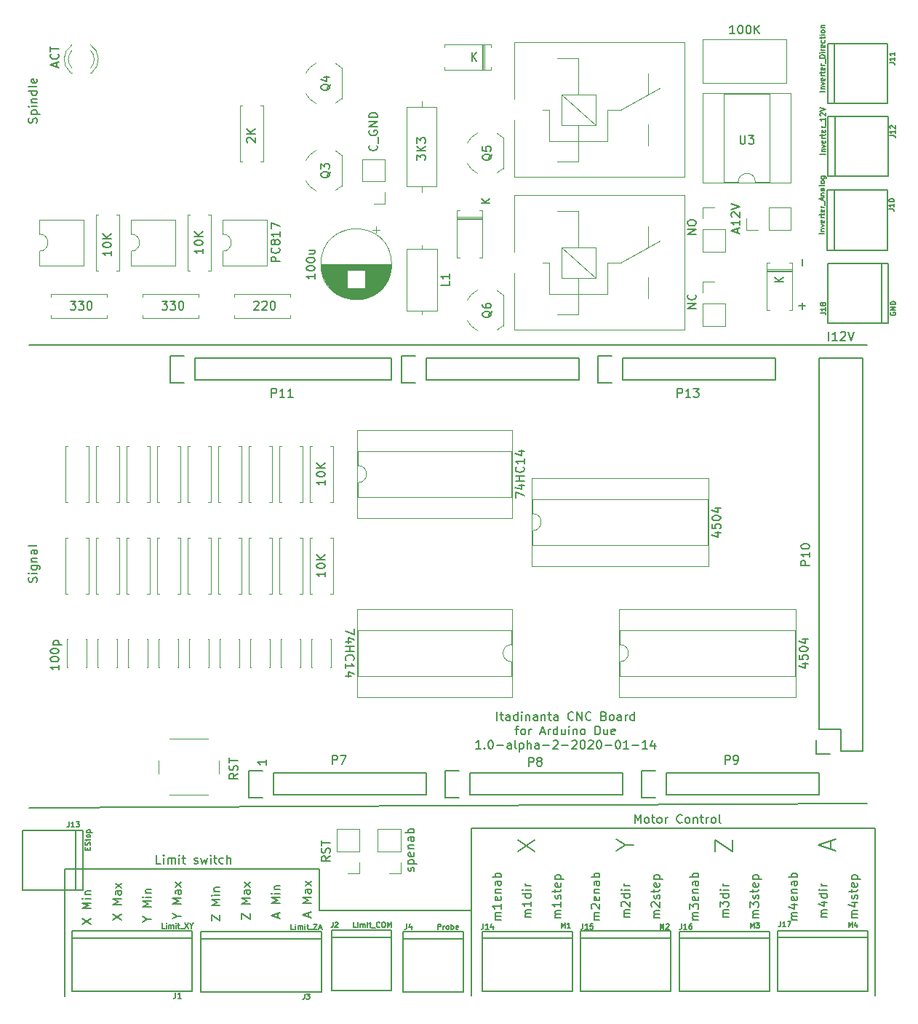
<source format=gbr>
G04 #@! TF.GenerationSoftware,KiCad,Pcbnew,(5.1.5)-3*
G04 #@! TF.CreationDate,2020-01-24T14:25:46-05:00*
G04 #@! TF.ProjectId,arduino_duo_shield,61726475-696e-46f5-9f64-756f5f736869,rev?*
G04 #@! TF.SameCoordinates,PX6258c20PY7445a00*
G04 #@! TF.FileFunction,Legend,Top*
G04 #@! TF.FilePolarity,Positive*
%FSLAX46Y46*%
G04 Gerber Fmt 4.6, Leading zero omitted, Abs format (unit mm)*
G04 Created by KiCad (PCBNEW (5.1.5)-3) date 2020-01-24 14:25:46*
%MOMM*%
%LPD*%
G04 APERTURE LIST*
%ADD10C,0.150000*%
%ADD11C,0.203200*%
%ADD12C,0.120000*%
%ADD13C,0.127000*%
G04 APERTURE END LIST*
D10*
X78952380Y-12990476D02*
X78285714Y-12990476D01*
X78380952Y-12990476D02*
X78333333Y-12942857D01*
X78285714Y-12847619D01*
X78285714Y-12704761D01*
X78333333Y-12609523D01*
X78428571Y-12561904D01*
X78952380Y-12561904D01*
X78428571Y-12561904D02*
X78333333Y-12514285D01*
X78285714Y-12419047D01*
X78285714Y-12276190D01*
X78333333Y-12180952D01*
X78428571Y-12133333D01*
X78952380Y-12133333D01*
X77952380Y-11752380D02*
X77952380Y-11133333D01*
X78333333Y-11466666D01*
X78333333Y-11323809D01*
X78380952Y-11228571D01*
X78428571Y-11180952D01*
X78523809Y-11133333D01*
X78761904Y-11133333D01*
X78857142Y-11180952D01*
X78904761Y-11228571D01*
X78952380Y-11323809D01*
X78952380Y-11609523D01*
X78904761Y-11704761D01*
X78857142Y-11752380D01*
X78904761Y-10323809D02*
X78952380Y-10419047D01*
X78952380Y-10609523D01*
X78904761Y-10704761D01*
X78809523Y-10752380D01*
X78428571Y-10752380D01*
X78333333Y-10704761D01*
X78285714Y-10609523D01*
X78285714Y-10419047D01*
X78333333Y-10323809D01*
X78428571Y-10276190D01*
X78523809Y-10276190D01*
X78619047Y-10752380D01*
X78285714Y-9847619D02*
X78952380Y-9847619D01*
X78380952Y-9847619D02*
X78333333Y-9800000D01*
X78285714Y-9704761D01*
X78285714Y-9561904D01*
X78333333Y-9466666D01*
X78428571Y-9419047D01*
X78952380Y-9419047D01*
X78952380Y-8514285D02*
X78428571Y-8514285D01*
X78333333Y-8561904D01*
X78285714Y-8657142D01*
X78285714Y-8847619D01*
X78333333Y-8942857D01*
X78904761Y-8514285D02*
X78952380Y-8609523D01*
X78952380Y-8847619D01*
X78904761Y-8942857D01*
X78809523Y-8990476D01*
X78714285Y-8990476D01*
X78619047Y-8942857D01*
X78571428Y-8847619D01*
X78571428Y-8609523D01*
X78523809Y-8514285D01*
X78952380Y-8038095D02*
X77952380Y-8038095D01*
X78333333Y-8038095D02*
X78285714Y-7942857D01*
X78285714Y-7752380D01*
X78333333Y-7657142D01*
X78380952Y-7609523D01*
X78476190Y-7561904D01*
X78761904Y-7561904D01*
X78857142Y-7609523D01*
X78904761Y-7657142D01*
X78952380Y-7752380D01*
X78952380Y-7942857D01*
X78904761Y-8038095D01*
X5200000Y-7100000D02*
X5200000Y-21900000D01*
X8200000Y-7100000D02*
X5200000Y-7100000D01*
X34800000Y-11900000D02*
X52500000Y-11900000D01*
X34800000Y-7100000D02*
X34800000Y-11900000D01*
X8200000Y-7100000D02*
X34800000Y-7100000D01*
X7252380Y-13492738D02*
X8252380Y-12826071D01*
X7252380Y-12826071D02*
X8252380Y-13492738D01*
X8252380Y-11683214D02*
X7252380Y-11683214D01*
X7966666Y-11349880D01*
X7252380Y-11016547D01*
X8252380Y-11016547D01*
X8252380Y-10540357D02*
X7585714Y-10540357D01*
X7252380Y-10540357D02*
X7300000Y-10587976D01*
X7347619Y-10540357D01*
X7300000Y-10492738D01*
X7252380Y-10540357D01*
X7347619Y-10540357D01*
X7585714Y-10064166D02*
X8252380Y-10064166D01*
X7680952Y-10064166D02*
X7633333Y-10016547D01*
X7585714Y-9921309D01*
X7585714Y-9778452D01*
X7633333Y-9683214D01*
X7728571Y-9635595D01*
X8252380Y-9635595D01*
X14776190Y-12911785D02*
X15252380Y-12911785D01*
X14252380Y-13245119D02*
X14776190Y-12911785D01*
X14252380Y-12578452D01*
X15252380Y-11483214D02*
X14252380Y-11483214D01*
X14966666Y-11149880D01*
X14252380Y-10816547D01*
X15252380Y-10816547D01*
X15252380Y-10340357D02*
X14585714Y-10340357D01*
X14252380Y-10340357D02*
X14300000Y-10387976D01*
X14347619Y-10340357D01*
X14300000Y-10292738D01*
X14252380Y-10340357D01*
X14347619Y-10340357D01*
X14585714Y-9864166D02*
X15252380Y-9864166D01*
X14680952Y-9864166D02*
X14633333Y-9816547D01*
X14585714Y-9721309D01*
X14585714Y-9578452D01*
X14633333Y-9483214D01*
X14728571Y-9435595D01*
X15252380Y-9435595D01*
X22252380Y-13092738D02*
X22252380Y-12426071D01*
X23252380Y-13092738D01*
X23252380Y-12426071D01*
X23252380Y-11283214D02*
X22252380Y-11283214D01*
X22966666Y-10949880D01*
X22252380Y-10616547D01*
X23252380Y-10616547D01*
X23252380Y-10140357D02*
X22585714Y-10140357D01*
X22252380Y-10140357D02*
X22300000Y-10187976D01*
X22347619Y-10140357D01*
X22300000Y-10092738D01*
X22252380Y-10140357D01*
X22347619Y-10140357D01*
X22585714Y-9664166D02*
X23252380Y-9664166D01*
X22680952Y-9664166D02*
X22633333Y-9616547D01*
X22585714Y-9521309D01*
X22585714Y-9378452D01*
X22633333Y-9283214D01*
X22728571Y-9235595D01*
X23252380Y-9235595D01*
X10752380Y-13026071D02*
X11752380Y-12359404D01*
X10752380Y-12359404D02*
X11752380Y-13026071D01*
X11752380Y-11216547D02*
X10752380Y-11216547D01*
X11466666Y-10883214D01*
X10752380Y-10549880D01*
X11752380Y-10549880D01*
X11752380Y-9645119D02*
X11228571Y-9645119D01*
X11133333Y-9692738D01*
X11085714Y-9787976D01*
X11085714Y-9978452D01*
X11133333Y-10073690D01*
X11704761Y-9645119D02*
X11752380Y-9740357D01*
X11752380Y-9978452D01*
X11704761Y-10073690D01*
X11609523Y-10121309D01*
X11514285Y-10121309D01*
X11419047Y-10073690D01*
X11371428Y-9978452D01*
X11371428Y-9740357D01*
X11323809Y-9645119D01*
X11752380Y-9264166D02*
X11085714Y-8740357D01*
X11085714Y-9264166D02*
X11752380Y-8740357D01*
X18276190Y-12545119D02*
X18752380Y-12545119D01*
X17752380Y-12878452D02*
X18276190Y-12545119D01*
X17752380Y-12211785D01*
X18752380Y-11116547D02*
X17752380Y-11116547D01*
X18466666Y-10783214D01*
X17752380Y-10449880D01*
X18752380Y-10449880D01*
X18752380Y-9545119D02*
X18228571Y-9545119D01*
X18133333Y-9592738D01*
X18085714Y-9687976D01*
X18085714Y-9878452D01*
X18133333Y-9973690D01*
X18704761Y-9545119D02*
X18752380Y-9640357D01*
X18752380Y-9878452D01*
X18704761Y-9973690D01*
X18609523Y-10021309D01*
X18514285Y-10021309D01*
X18419047Y-9973690D01*
X18371428Y-9878452D01*
X18371428Y-9640357D01*
X18323809Y-9545119D01*
X18752380Y-9164166D02*
X18085714Y-8640357D01*
X18085714Y-9164166D02*
X18752380Y-8640357D01*
X25752380Y-12926071D02*
X25752380Y-12259404D01*
X26752380Y-12926071D01*
X26752380Y-12259404D01*
X26752380Y-11116547D02*
X25752380Y-11116547D01*
X26466666Y-10783214D01*
X25752380Y-10449880D01*
X26752380Y-10449880D01*
X26752380Y-9545119D02*
X26228571Y-9545119D01*
X26133333Y-9592738D01*
X26085714Y-9687976D01*
X26085714Y-9878452D01*
X26133333Y-9973690D01*
X26704761Y-9545119D02*
X26752380Y-9640357D01*
X26752380Y-9878452D01*
X26704761Y-9973690D01*
X26609523Y-10021309D01*
X26514285Y-10021309D01*
X26419047Y-9973690D01*
X26371428Y-9878452D01*
X26371428Y-9640357D01*
X26323809Y-9545119D01*
X26752380Y-9164166D02*
X26085714Y-8640357D01*
X26085714Y-9164166D02*
X26752380Y-8640357D01*
X29966666Y-12749880D02*
X29966666Y-12273690D01*
X30252380Y-12845119D02*
X29252380Y-12511785D01*
X30252380Y-12178452D01*
X30252380Y-11083214D02*
X29252380Y-11083214D01*
X29966666Y-10749880D01*
X29252380Y-10416547D01*
X30252380Y-10416547D01*
X30252380Y-9940357D02*
X29585714Y-9940357D01*
X29252380Y-9940357D02*
X29300000Y-9987976D01*
X29347619Y-9940357D01*
X29300000Y-9892738D01*
X29252380Y-9940357D01*
X29347619Y-9940357D01*
X29585714Y-9464166D02*
X30252380Y-9464166D01*
X29680952Y-9464166D02*
X29633333Y-9416547D01*
X29585714Y-9321309D01*
X29585714Y-9178452D01*
X29633333Y-9083214D01*
X29728571Y-9035595D01*
X30252380Y-9035595D01*
X16366666Y-6452380D02*
X15890476Y-6452380D01*
X15890476Y-5452380D01*
X16700000Y-6452380D02*
X16700000Y-5785714D01*
X16700000Y-5452380D02*
X16652380Y-5500000D01*
X16700000Y-5547619D01*
X16747619Y-5500000D01*
X16700000Y-5452380D01*
X16700000Y-5547619D01*
X17176190Y-6452380D02*
X17176190Y-5785714D01*
X17176190Y-5880952D02*
X17223809Y-5833333D01*
X17319047Y-5785714D01*
X17461904Y-5785714D01*
X17557142Y-5833333D01*
X17604761Y-5928571D01*
X17604761Y-6452380D01*
X17604761Y-5928571D02*
X17652380Y-5833333D01*
X17747619Y-5785714D01*
X17890476Y-5785714D01*
X17985714Y-5833333D01*
X18033333Y-5928571D01*
X18033333Y-6452380D01*
X18509523Y-6452380D02*
X18509523Y-5785714D01*
X18509523Y-5452380D02*
X18461904Y-5500000D01*
X18509523Y-5547619D01*
X18557142Y-5500000D01*
X18509523Y-5452380D01*
X18509523Y-5547619D01*
X18842857Y-5785714D02*
X19223809Y-5785714D01*
X18985714Y-5452380D02*
X18985714Y-6309523D01*
X19033333Y-6404761D01*
X19128571Y-6452380D01*
X19223809Y-6452380D01*
X20271428Y-6404761D02*
X20366666Y-6452380D01*
X20557142Y-6452380D01*
X20652380Y-6404761D01*
X20700000Y-6309523D01*
X20700000Y-6261904D01*
X20652380Y-6166666D01*
X20557142Y-6119047D01*
X20414285Y-6119047D01*
X20319047Y-6071428D01*
X20271428Y-5976190D01*
X20271428Y-5928571D01*
X20319047Y-5833333D01*
X20414285Y-5785714D01*
X20557142Y-5785714D01*
X20652380Y-5833333D01*
X21033333Y-5785714D02*
X21223809Y-6452380D01*
X21414285Y-5976190D01*
X21604761Y-6452380D01*
X21795238Y-5785714D01*
X22176190Y-6452380D02*
X22176190Y-5785714D01*
X22176190Y-5452380D02*
X22128571Y-5500000D01*
X22176190Y-5547619D01*
X22223809Y-5500000D01*
X22176190Y-5452380D01*
X22176190Y-5547619D01*
X22509523Y-5785714D02*
X22890476Y-5785714D01*
X22652380Y-5452380D02*
X22652380Y-6309523D01*
X22700000Y-6404761D01*
X22795238Y-6452380D01*
X22890476Y-6452380D01*
X23652380Y-6404761D02*
X23557142Y-6452380D01*
X23366666Y-6452380D01*
X23271428Y-6404761D01*
X23223809Y-6357142D01*
X23176190Y-6261904D01*
X23176190Y-5976190D01*
X23223809Y-5880952D01*
X23271428Y-5833333D01*
X23366666Y-5785714D01*
X23557142Y-5785714D01*
X23652380Y-5833333D01*
X24080952Y-6452380D02*
X24080952Y-5452380D01*
X24509523Y-6452380D02*
X24509523Y-5928571D01*
X24461904Y-5833333D01*
X24366666Y-5785714D01*
X24223809Y-5785714D01*
X24128571Y-5833333D01*
X24080952Y-5880952D01*
X99500000Y-2300000D02*
X99500000Y-21800000D01*
X52500000Y-2300000D02*
X99500000Y-2300000D01*
X52500000Y-21800000D02*
X52500000Y-2300000D01*
X41505142Y77107024D02*
X41552761Y77059405D01*
X41600380Y76916548D01*
X41600380Y76821310D01*
X41552761Y76678453D01*
X41457523Y76583215D01*
X41362285Y76535596D01*
X41171809Y76487977D01*
X41028952Y76487977D01*
X40838476Y76535596D01*
X40743238Y76583215D01*
X40648000Y76678453D01*
X40600380Y76821310D01*
X40600380Y76916548D01*
X40648000Y77059405D01*
X40695619Y77107024D01*
X41695619Y77297500D02*
X41695619Y78059405D01*
X40648000Y78821310D02*
X40600380Y78726072D01*
X40600380Y78583215D01*
X40648000Y78440358D01*
X40743238Y78345120D01*
X40838476Y78297500D01*
X41028952Y78249881D01*
X41171809Y78249881D01*
X41362285Y78297500D01*
X41457523Y78345120D01*
X41552761Y78440358D01*
X41600380Y78583215D01*
X41600380Y78678453D01*
X41552761Y78821310D01*
X41505142Y78868929D01*
X41171809Y78868929D01*
X41171809Y78678453D01*
X41600380Y79297500D02*
X40600380Y79297500D01*
X41600380Y79868929D01*
X40600380Y79868929D01*
X41600380Y80345120D02*
X40600380Y80345120D01*
X40600380Y80583215D01*
X40648000Y80726072D01*
X40743238Y80821310D01*
X40838476Y80868929D01*
X41028952Y80916548D01*
X41171809Y80916548D01*
X41362285Y80868929D01*
X41457523Y80821310D01*
X41552761Y80726072D01*
X41600380Y80583215D01*
X41600380Y80345120D01*
X45804761Y-7312023D02*
X45852380Y-7216785D01*
X45852380Y-7026309D01*
X45804761Y-6931071D01*
X45709523Y-6883452D01*
X45661904Y-6883452D01*
X45566666Y-6931071D01*
X45519047Y-7026309D01*
X45519047Y-7169166D01*
X45471428Y-7264404D01*
X45376190Y-7312023D01*
X45328571Y-7312023D01*
X45233333Y-7264404D01*
X45185714Y-7169166D01*
X45185714Y-7026309D01*
X45233333Y-6931071D01*
X45185714Y-6454880D02*
X46185714Y-6454880D01*
X45233333Y-6454880D02*
X45185714Y-6359642D01*
X45185714Y-6169166D01*
X45233333Y-6073928D01*
X45280952Y-6026309D01*
X45376190Y-5978690D01*
X45661904Y-5978690D01*
X45757142Y-6026309D01*
X45804761Y-6073928D01*
X45852380Y-6169166D01*
X45852380Y-6359642D01*
X45804761Y-6454880D01*
X45804761Y-5169166D02*
X45852380Y-5264404D01*
X45852380Y-5454880D01*
X45804761Y-5550119D01*
X45709523Y-5597738D01*
X45328571Y-5597738D01*
X45233333Y-5550119D01*
X45185714Y-5454880D01*
X45185714Y-5264404D01*
X45233333Y-5169166D01*
X45328571Y-5121547D01*
X45423809Y-5121547D01*
X45519047Y-5597738D01*
X45185714Y-4692976D02*
X45852380Y-4692976D01*
X45280952Y-4692976D02*
X45233333Y-4645357D01*
X45185714Y-4550119D01*
X45185714Y-4407261D01*
X45233333Y-4312023D01*
X45328571Y-4264404D01*
X45852380Y-4264404D01*
X45852380Y-3359642D02*
X45328571Y-3359642D01*
X45233333Y-3407261D01*
X45185714Y-3502500D01*
X45185714Y-3692976D01*
X45233333Y-3788214D01*
X45804761Y-3359642D02*
X45852380Y-3454880D01*
X45852380Y-3692976D01*
X45804761Y-3788214D01*
X45709523Y-3835833D01*
X45614285Y-3835833D01*
X45519047Y-3788214D01*
X45471428Y-3692976D01*
X45471428Y-3454880D01*
X45423809Y-3359642D01*
X45852380Y-2883452D02*
X44852380Y-2883452D01*
X45233333Y-2883452D02*
X45185714Y-2788214D01*
X45185714Y-2597738D01*
X45233333Y-2502500D01*
X45280952Y-2454880D01*
X45376190Y-2407261D01*
X45661904Y-2407261D01*
X45757142Y-2454880D01*
X45804761Y-2502500D01*
X45852380Y-2597738D01*
X45852380Y-2788214D01*
X45804761Y-2883452D01*
X36052380Y-5592976D02*
X35576190Y-5926309D01*
X36052380Y-6164404D02*
X35052380Y-6164404D01*
X35052380Y-5783452D01*
X35100000Y-5688214D01*
X35147619Y-5640595D01*
X35242857Y-5592976D01*
X35385714Y-5592976D01*
X35480952Y-5640595D01*
X35528571Y-5688214D01*
X35576190Y-5783452D01*
X35576190Y-6164404D01*
X36004761Y-5212023D02*
X36052380Y-5069166D01*
X36052380Y-4831071D01*
X36004761Y-4735833D01*
X35957142Y-4688214D01*
X35861904Y-4640595D01*
X35766666Y-4640595D01*
X35671428Y-4688214D01*
X35623809Y-4735833D01*
X35576190Y-4831071D01*
X35528571Y-5021547D01*
X35480952Y-5116785D01*
X35433333Y-5164404D01*
X35338095Y-5212023D01*
X35242857Y-5212023D01*
X35147619Y-5164404D01*
X35100000Y-5116785D01*
X35052380Y-5021547D01*
X35052380Y-4783452D01*
X35100000Y-4640595D01*
X35052380Y-4354880D02*
X35052380Y-3783452D01*
X36052380Y-4069166D02*
X35052380Y-4069166D01*
X83478666Y66960953D02*
X83478666Y67437143D01*
X83764380Y66865715D02*
X82764380Y67199048D01*
X83764380Y67532381D01*
X83764380Y68389524D02*
X83764380Y67818096D01*
X83764380Y68103810D02*
X82764380Y68103810D01*
X82907238Y68008572D01*
X83002476Y67913334D01*
X83050095Y67818096D01*
X82859619Y68770477D02*
X82812000Y68818096D01*
X82764380Y68913334D01*
X82764380Y69151429D01*
X82812000Y69246667D01*
X82859619Y69294286D01*
X82954857Y69341905D01*
X83050095Y69341905D01*
X83192952Y69294286D01*
X83764380Y68722858D01*
X83764380Y69341905D01*
X82764380Y69627620D02*
X83764380Y69960953D01*
X82764380Y70294286D01*
X4230666Y86256953D02*
X4230666Y86733143D01*
X4516380Y86161715D02*
X3516380Y86495048D01*
X4516380Y86828381D01*
X4421142Y87733143D02*
X4468761Y87685524D01*
X4516380Y87542667D01*
X4516380Y87447429D01*
X4468761Y87304572D01*
X4373523Y87209334D01*
X4278285Y87161715D01*
X4087809Y87114096D01*
X3944952Y87114096D01*
X3754476Y87161715D01*
X3659238Y87209334D01*
X3564000Y87304572D01*
X3516380Y87447429D01*
X3516380Y87542667D01*
X3564000Y87685524D01*
X3611619Y87733143D01*
X3516380Y88018858D02*
X3516380Y88590286D01*
X4516380Y88304572D02*
X3516380Y88304572D01*
X55523809Y10197620D02*
X55523809Y11197620D01*
X55857142Y10864286D02*
X56238095Y10864286D01*
X56000000Y11197620D02*
X56000000Y10340477D01*
X56047619Y10245239D01*
X56142857Y10197620D01*
X56238095Y10197620D01*
X57000000Y10197620D02*
X57000000Y10721429D01*
X56952380Y10816667D01*
X56857142Y10864286D01*
X56666666Y10864286D01*
X56571428Y10816667D01*
X57000000Y10245239D02*
X56904761Y10197620D01*
X56666666Y10197620D01*
X56571428Y10245239D01*
X56523809Y10340477D01*
X56523809Y10435715D01*
X56571428Y10530953D01*
X56666666Y10578572D01*
X56904761Y10578572D01*
X57000000Y10626191D01*
X57904761Y10197620D02*
X57904761Y11197620D01*
X57904761Y10245239D02*
X57809523Y10197620D01*
X57619047Y10197620D01*
X57523809Y10245239D01*
X57476190Y10292858D01*
X57428571Y10388096D01*
X57428571Y10673810D01*
X57476190Y10769048D01*
X57523809Y10816667D01*
X57619047Y10864286D01*
X57809523Y10864286D01*
X57904761Y10816667D01*
X58380952Y10197620D02*
X58380952Y10864286D01*
X58380952Y11197620D02*
X58333333Y11150000D01*
X58380952Y11102381D01*
X58428571Y11150000D01*
X58380952Y11197620D01*
X58380952Y11102381D01*
X58857142Y10864286D02*
X58857142Y10197620D01*
X58857142Y10769048D02*
X58904761Y10816667D01*
X59000000Y10864286D01*
X59142857Y10864286D01*
X59238095Y10816667D01*
X59285714Y10721429D01*
X59285714Y10197620D01*
X60190476Y10197620D02*
X60190476Y10721429D01*
X60142857Y10816667D01*
X60047619Y10864286D01*
X59857142Y10864286D01*
X59761904Y10816667D01*
X60190476Y10245239D02*
X60095238Y10197620D01*
X59857142Y10197620D01*
X59761904Y10245239D01*
X59714285Y10340477D01*
X59714285Y10435715D01*
X59761904Y10530953D01*
X59857142Y10578572D01*
X60095238Y10578572D01*
X60190476Y10626191D01*
X60666666Y10864286D02*
X60666666Y10197620D01*
X60666666Y10769048D02*
X60714285Y10816667D01*
X60809523Y10864286D01*
X60952380Y10864286D01*
X61047619Y10816667D01*
X61095238Y10721429D01*
X61095238Y10197620D01*
X61428571Y10864286D02*
X61809523Y10864286D01*
X61571428Y11197620D02*
X61571428Y10340477D01*
X61619047Y10245239D01*
X61714285Y10197620D01*
X61809523Y10197620D01*
X62571428Y10197620D02*
X62571428Y10721429D01*
X62523809Y10816667D01*
X62428571Y10864286D01*
X62238095Y10864286D01*
X62142857Y10816667D01*
X62571428Y10245239D02*
X62476190Y10197620D01*
X62238095Y10197620D01*
X62142857Y10245239D01*
X62095238Y10340477D01*
X62095238Y10435715D01*
X62142857Y10530953D01*
X62238095Y10578572D01*
X62476190Y10578572D01*
X62571428Y10626191D01*
X64380952Y10292858D02*
X64333333Y10245239D01*
X64190476Y10197620D01*
X64095238Y10197620D01*
X63952380Y10245239D01*
X63857142Y10340477D01*
X63809523Y10435715D01*
X63761904Y10626191D01*
X63761904Y10769048D01*
X63809523Y10959524D01*
X63857142Y11054762D01*
X63952380Y11150000D01*
X64095238Y11197620D01*
X64190476Y11197620D01*
X64333333Y11150000D01*
X64380952Y11102381D01*
X64809523Y10197620D02*
X64809523Y11197620D01*
X65380952Y10197620D01*
X65380952Y11197620D01*
X66428571Y10292858D02*
X66380952Y10245239D01*
X66238095Y10197620D01*
X66142857Y10197620D01*
X66000000Y10245239D01*
X65904761Y10340477D01*
X65857142Y10435715D01*
X65809523Y10626191D01*
X65809523Y10769048D01*
X65857142Y10959524D01*
X65904761Y11054762D01*
X66000000Y11150000D01*
X66142857Y11197620D01*
X66238095Y11197620D01*
X66380952Y11150000D01*
X66428571Y11102381D01*
X67952380Y10721429D02*
X68095238Y10673810D01*
X68142857Y10626191D01*
X68190476Y10530953D01*
X68190476Y10388096D01*
X68142857Y10292858D01*
X68095238Y10245239D01*
X68000000Y10197620D01*
X67619047Y10197620D01*
X67619047Y11197620D01*
X67952380Y11197620D01*
X68047619Y11150000D01*
X68095238Y11102381D01*
X68142857Y11007143D01*
X68142857Y10911905D01*
X68095238Y10816667D01*
X68047619Y10769048D01*
X67952380Y10721429D01*
X67619047Y10721429D01*
X68761904Y10197620D02*
X68666666Y10245239D01*
X68619047Y10292858D01*
X68571428Y10388096D01*
X68571428Y10673810D01*
X68619047Y10769048D01*
X68666666Y10816667D01*
X68761904Y10864286D01*
X68904761Y10864286D01*
X69000000Y10816667D01*
X69047619Y10769048D01*
X69095238Y10673810D01*
X69095238Y10388096D01*
X69047619Y10292858D01*
X69000000Y10245239D01*
X68904761Y10197620D01*
X68761904Y10197620D01*
X69952380Y10197620D02*
X69952380Y10721429D01*
X69904761Y10816667D01*
X69809523Y10864286D01*
X69619047Y10864286D01*
X69523809Y10816667D01*
X69952380Y10245239D02*
X69857142Y10197620D01*
X69619047Y10197620D01*
X69523809Y10245239D01*
X69476190Y10340477D01*
X69476190Y10435715D01*
X69523809Y10530953D01*
X69619047Y10578572D01*
X69857142Y10578572D01*
X69952380Y10626191D01*
X70428571Y10197620D02*
X70428571Y10864286D01*
X70428571Y10673810D02*
X70476190Y10769048D01*
X70523809Y10816667D01*
X70619047Y10864286D01*
X70714285Y10864286D01*
X71476190Y10197620D02*
X71476190Y11197620D01*
X71476190Y10245239D02*
X71380952Y10197620D01*
X71190476Y10197620D01*
X71095238Y10245239D01*
X71047619Y10292858D01*
X71000000Y10388096D01*
X71000000Y10673810D01*
X71047619Y10769048D01*
X71095238Y10816667D01*
X71190476Y10864286D01*
X71380952Y10864286D01*
X71476190Y10816667D01*
X57619047Y9214286D02*
X58000000Y9214286D01*
X57761904Y8547620D02*
X57761904Y9404762D01*
X57809523Y9500000D01*
X57904761Y9547620D01*
X58000000Y9547620D01*
X58476190Y8547620D02*
X58380952Y8595239D01*
X58333333Y8642858D01*
X58285714Y8738096D01*
X58285714Y9023810D01*
X58333333Y9119048D01*
X58380952Y9166667D01*
X58476190Y9214286D01*
X58619047Y9214286D01*
X58714285Y9166667D01*
X58761904Y9119048D01*
X58809523Y9023810D01*
X58809523Y8738096D01*
X58761904Y8642858D01*
X58714285Y8595239D01*
X58619047Y8547620D01*
X58476190Y8547620D01*
X59238095Y8547620D02*
X59238095Y9214286D01*
X59238095Y9023810D02*
X59285714Y9119048D01*
X59333333Y9166667D01*
X59428571Y9214286D01*
X59523809Y9214286D01*
X60571428Y8833334D02*
X61047619Y8833334D01*
X60476190Y8547620D02*
X60809523Y9547620D01*
X61142857Y8547620D01*
X61476190Y8547620D02*
X61476190Y9214286D01*
X61476190Y9023810D02*
X61523809Y9119048D01*
X61571428Y9166667D01*
X61666666Y9214286D01*
X61761904Y9214286D01*
X62523809Y8547620D02*
X62523809Y9547620D01*
X62523809Y8595239D02*
X62428571Y8547620D01*
X62238095Y8547620D01*
X62142857Y8595239D01*
X62095238Y8642858D01*
X62047619Y8738096D01*
X62047619Y9023810D01*
X62095238Y9119048D01*
X62142857Y9166667D01*
X62238095Y9214286D01*
X62428571Y9214286D01*
X62523809Y9166667D01*
X63428571Y9214286D02*
X63428571Y8547620D01*
X63000000Y9214286D02*
X63000000Y8690477D01*
X63047619Y8595239D01*
X63142857Y8547620D01*
X63285714Y8547620D01*
X63380952Y8595239D01*
X63428571Y8642858D01*
X63904761Y8547620D02*
X63904761Y9214286D01*
X63904761Y9547620D02*
X63857142Y9500000D01*
X63904761Y9452381D01*
X63952380Y9500000D01*
X63904761Y9547620D01*
X63904761Y9452381D01*
X64380952Y9214286D02*
X64380952Y8547620D01*
X64380952Y9119048D02*
X64428571Y9166667D01*
X64523809Y9214286D01*
X64666666Y9214286D01*
X64761904Y9166667D01*
X64809523Y9071429D01*
X64809523Y8547620D01*
X65428571Y8547620D02*
X65333333Y8595239D01*
X65285714Y8642858D01*
X65238095Y8738096D01*
X65238095Y9023810D01*
X65285714Y9119048D01*
X65333333Y9166667D01*
X65428571Y9214286D01*
X65571428Y9214286D01*
X65666666Y9166667D01*
X65714285Y9119048D01*
X65761904Y9023810D01*
X65761904Y8738096D01*
X65714285Y8642858D01*
X65666666Y8595239D01*
X65571428Y8547620D01*
X65428571Y8547620D01*
X66952380Y8547620D02*
X66952380Y9547620D01*
X67190476Y9547620D01*
X67333333Y9500000D01*
X67428571Y9404762D01*
X67476190Y9309524D01*
X67523809Y9119048D01*
X67523809Y8976191D01*
X67476190Y8785715D01*
X67428571Y8690477D01*
X67333333Y8595239D01*
X67190476Y8547620D01*
X66952380Y8547620D01*
X68380952Y9214286D02*
X68380952Y8547620D01*
X67952380Y9214286D02*
X67952380Y8690477D01*
X68000000Y8595239D01*
X68095238Y8547620D01*
X68238095Y8547620D01*
X68333333Y8595239D01*
X68380952Y8642858D01*
X69238095Y8595239D02*
X69142857Y8547620D01*
X68952380Y8547620D01*
X68857142Y8595239D01*
X68809523Y8690477D01*
X68809523Y9071429D01*
X68857142Y9166667D01*
X68952380Y9214286D01*
X69142857Y9214286D01*
X69238095Y9166667D01*
X69285714Y9071429D01*
X69285714Y8976191D01*
X68809523Y8880953D01*
X53619047Y6897620D02*
X53047619Y6897620D01*
X53333333Y6897620D02*
X53333333Y7897620D01*
X53238095Y7754762D01*
X53142857Y7659524D01*
X53047619Y7611905D01*
X54047619Y6992858D02*
X54095238Y6945239D01*
X54047619Y6897620D01*
X54000000Y6945239D01*
X54047619Y6992858D01*
X54047619Y6897620D01*
X54714285Y7897620D02*
X54809523Y7897620D01*
X54904761Y7850000D01*
X54952380Y7802381D01*
X55000000Y7707143D01*
X55047619Y7516667D01*
X55047619Y7278572D01*
X55000000Y7088096D01*
X54952380Y6992858D01*
X54904761Y6945239D01*
X54809523Y6897620D01*
X54714285Y6897620D01*
X54619047Y6945239D01*
X54571428Y6992858D01*
X54523809Y7088096D01*
X54476190Y7278572D01*
X54476190Y7516667D01*
X54523809Y7707143D01*
X54571428Y7802381D01*
X54619047Y7850000D01*
X54714285Y7897620D01*
X55476190Y7278572D02*
X56238095Y7278572D01*
X57142857Y6897620D02*
X57142857Y7421429D01*
X57095238Y7516667D01*
X57000000Y7564286D01*
X56809523Y7564286D01*
X56714285Y7516667D01*
X57142857Y6945239D02*
X57047619Y6897620D01*
X56809523Y6897620D01*
X56714285Y6945239D01*
X56666666Y7040477D01*
X56666666Y7135715D01*
X56714285Y7230953D01*
X56809523Y7278572D01*
X57047619Y7278572D01*
X57142857Y7326191D01*
X57761904Y6897620D02*
X57666666Y6945239D01*
X57619047Y7040477D01*
X57619047Y7897620D01*
X58142857Y7564286D02*
X58142857Y6564286D01*
X58142857Y7516667D02*
X58238095Y7564286D01*
X58428571Y7564286D01*
X58523809Y7516667D01*
X58571428Y7469048D01*
X58619047Y7373810D01*
X58619047Y7088096D01*
X58571428Y6992858D01*
X58523809Y6945239D01*
X58428571Y6897620D01*
X58238095Y6897620D01*
X58142857Y6945239D01*
X59047619Y6897620D02*
X59047619Y7897620D01*
X59476190Y6897620D02*
X59476190Y7421429D01*
X59428571Y7516667D01*
X59333333Y7564286D01*
X59190476Y7564286D01*
X59095238Y7516667D01*
X59047619Y7469048D01*
X60380952Y6897620D02*
X60380952Y7421429D01*
X60333333Y7516667D01*
X60238095Y7564286D01*
X60047619Y7564286D01*
X59952380Y7516667D01*
X60380952Y6945239D02*
X60285714Y6897620D01*
X60047619Y6897620D01*
X59952380Y6945239D01*
X59904761Y7040477D01*
X59904761Y7135715D01*
X59952380Y7230953D01*
X60047619Y7278572D01*
X60285714Y7278572D01*
X60380952Y7326191D01*
X60857142Y7278572D02*
X61619047Y7278572D01*
X62047619Y7802381D02*
X62095238Y7850000D01*
X62190476Y7897620D01*
X62428571Y7897620D01*
X62523809Y7850000D01*
X62571428Y7802381D01*
X62619047Y7707143D01*
X62619047Y7611905D01*
X62571428Y7469048D01*
X62000000Y6897620D01*
X62619047Y6897620D01*
X63047619Y7278572D02*
X63809523Y7278572D01*
X64238095Y7802381D02*
X64285714Y7850000D01*
X64380952Y7897620D01*
X64619047Y7897620D01*
X64714285Y7850000D01*
X64761904Y7802381D01*
X64809523Y7707143D01*
X64809523Y7611905D01*
X64761904Y7469048D01*
X64190476Y6897620D01*
X64809523Y6897620D01*
X65428571Y7897620D02*
X65523809Y7897620D01*
X65619047Y7850000D01*
X65666666Y7802381D01*
X65714285Y7707143D01*
X65761904Y7516667D01*
X65761904Y7278572D01*
X65714285Y7088096D01*
X65666666Y6992858D01*
X65619047Y6945239D01*
X65523809Y6897620D01*
X65428571Y6897620D01*
X65333333Y6945239D01*
X65285714Y6992858D01*
X65238095Y7088096D01*
X65190476Y7278572D01*
X65190476Y7516667D01*
X65238095Y7707143D01*
X65285714Y7802381D01*
X65333333Y7850000D01*
X65428571Y7897620D01*
X66142857Y7802381D02*
X66190476Y7850000D01*
X66285714Y7897620D01*
X66523809Y7897620D01*
X66619047Y7850000D01*
X66666666Y7802381D01*
X66714285Y7707143D01*
X66714285Y7611905D01*
X66666666Y7469048D01*
X66095238Y6897620D01*
X66714285Y6897620D01*
X67333333Y7897620D02*
X67428571Y7897620D01*
X67523809Y7850000D01*
X67571428Y7802381D01*
X67619047Y7707143D01*
X67666666Y7516667D01*
X67666666Y7278572D01*
X67619047Y7088096D01*
X67571428Y6992858D01*
X67523809Y6945239D01*
X67428571Y6897620D01*
X67333333Y6897620D01*
X67238095Y6945239D01*
X67190476Y6992858D01*
X67142857Y7088096D01*
X67095238Y7278572D01*
X67095238Y7516667D01*
X67142857Y7707143D01*
X67190476Y7802381D01*
X67238095Y7850000D01*
X67333333Y7897620D01*
X68095238Y7278572D02*
X68857142Y7278572D01*
X69523809Y7897620D02*
X69619047Y7897620D01*
X69714285Y7850000D01*
X69761904Y7802381D01*
X69809523Y7707143D01*
X69857142Y7516667D01*
X69857142Y7278572D01*
X69809523Y7088096D01*
X69761904Y6992858D01*
X69714285Y6945239D01*
X69619047Y6897620D01*
X69523809Y6897620D01*
X69428571Y6945239D01*
X69380952Y6992858D01*
X69333333Y7088096D01*
X69285714Y7278572D01*
X69285714Y7516667D01*
X69333333Y7707143D01*
X69380952Y7802381D01*
X69428571Y7850000D01*
X69523809Y7897620D01*
X70809523Y6897620D02*
X70238095Y6897620D01*
X70523809Y6897620D02*
X70523809Y7897620D01*
X70428571Y7754762D01*
X70333333Y7659524D01*
X70238095Y7611905D01*
X71238095Y7278572D02*
X72000000Y7278572D01*
X73000000Y6897620D02*
X72428571Y6897620D01*
X72714285Y6897620D02*
X72714285Y7897620D01*
X72619047Y7754762D01*
X72523809Y7659524D01*
X72428571Y7611905D01*
X73857142Y7564286D02*
X73857142Y6897620D01*
X73619047Y7945239D02*
X73380952Y7230953D01*
X74000000Y7230953D01*
X1928761Y26305143D02*
X1976380Y26448000D01*
X1976380Y26686096D01*
X1928761Y26781334D01*
X1881142Y26828953D01*
X1785904Y26876572D01*
X1690666Y26876572D01*
X1595428Y26828953D01*
X1547809Y26781334D01*
X1500190Y26686096D01*
X1452571Y26495620D01*
X1404952Y26400381D01*
X1357333Y26352762D01*
X1262095Y26305143D01*
X1166857Y26305143D01*
X1071619Y26352762D01*
X1024000Y26400381D01*
X976380Y26495620D01*
X976380Y26733715D01*
X1024000Y26876572D01*
X1976380Y27305143D02*
X1309714Y27305143D01*
X976380Y27305143D02*
X1024000Y27257524D01*
X1071619Y27305143D01*
X1024000Y27352762D01*
X976380Y27305143D01*
X1071619Y27305143D01*
X1309714Y28209905D02*
X2119238Y28209905D01*
X2214476Y28162286D01*
X2262095Y28114667D01*
X2309714Y28019429D01*
X2309714Y27876572D01*
X2262095Y27781334D01*
X1928761Y28209905D02*
X1976380Y28114667D01*
X1976380Y27924191D01*
X1928761Y27828953D01*
X1881142Y27781334D01*
X1785904Y27733715D01*
X1500190Y27733715D01*
X1404952Y27781334D01*
X1357333Y27828953D01*
X1309714Y27924191D01*
X1309714Y28114667D01*
X1357333Y28209905D01*
X1309714Y28686096D02*
X1976380Y28686096D01*
X1404952Y28686096D02*
X1357333Y28733715D01*
X1309714Y28828953D01*
X1309714Y28971810D01*
X1357333Y29067048D01*
X1452571Y29114667D01*
X1976380Y29114667D01*
X1976380Y30019429D02*
X1452571Y30019429D01*
X1357333Y29971810D01*
X1309714Y29876572D01*
X1309714Y29686096D01*
X1357333Y29590858D01*
X1928761Y30019429D02*
X1976380Y29924191D01*
X1976380Y29686096D01*
X1928761Y29590858D01*
X1833523Y29543239D01*
X1738285Y29543239D01*
X1643047Y29590858D01*
X1595428Y29686096D01*
X1595428Y29924191D01*
X1547809Y30019429D01*
X1976380Y30638477D02*
X1928761Y30543239D01*
X1833523Y30495620D01*
X976380Y30495620D01*
X1928761Y79724572D02*
X1976380Y79867429D01*
X1976380Y80105524D01*
X1928761Y80200762D01*
X1881142Y80248381D01*
X1785904Y80296000D01*
X1690666Y80296000D01*
X1595428Y80248381D01*
X1547809Y80200762D01*
X1500190Y80105524D01*
X1452571Y79915048D01*
X1404952Y79819810D01*
X1357333Y79772191D01*
X1262095Y79724572D01*
X1166857Y79724572D01*
X1071619Y79772191D01*
X1024000Y79819810D01*
X976380Y79915048D01*
X976380Y80153143D01*
X1024000Y80296000D01*
X1309714Y80724572D02*
X2309714Y80724572D01*
X1357333Y80724572D02*
X1309714Y80819810D01*
X1309714Y81010286D01*
X1357333Y81105524D01*
X1404952Y81153143D01*
X1500190Y81200762D01*
X1785904Y81200762D01*
X1881142Y81153143D01*
X1928761Y81105524D01*
X1976380Y81010286D01*
X1976380Y80819810D01*
X1928761Y80724572D01*
X1976380Y81629334D02*
X1309714Y81629334D01*
X976380Y81629334D02*
X1024000Y81581715D01*
X1071619Y81629334D01*
X1024000Y81676953D01*
X976380Y81629334D01*
X1071619Y81629334D01*
X1309714Y82105524D02*
X1976380Y82105524D01*
X1404952Y82105524D02*
X1357333Y82153143D01*
X1309714Y82248381D01*
X1309714Y82391239D01*
X1357333Y82486477D01*
X1452571Y82534096D01*
X1976380Y82534096D01*
X1976380Y83438858D02*
X976380Y83438858D01*
X1928761Y83438858D02*
X1976380Y83343620D01*
X1976380Y83153143D01*
X1928761Y83057905D01*
X1881142Y83010286D01*
X1785904Y82962667D01*
X1500190Y82962667D01*
X1404952Y83010286D01*
X1357333Y83057905D01*
X1309714Y83153143D01*
X1309714Y83343620D01*
X1357333Y83438858D01*
X1976380Y84057905D02*
X1928761Y83962667D01*
X1833523Y83915048D01*
X976380Y83915048D01*
X1928761Y84819810D02*
X1976380Y84724572D01*
X1976380Y84534096D01*
X1928761Y84438858D01*
X1833523Y84391239D01*
X1452571Y84391239D01*
X1357333Y84438858D01*
X1309714Y84534096D01*
X1309714Y84724572D01*
X1357333Y84819810D01*
X1452571Y84867429D01*
X1547809Y84867429D01*
X1643047Y84391239D01*
X97452380Y-12776190D02*
X96785714Y-12776190D01*
X96880952Y-12776190D02*
X96833333Y-12728571D01*
X96785714Y-12633333D01*
X96785714Y-12490476D01*
X96833333Y-12395238D01*
X96928571Y-12347619D01*
X97452380Y-12347619D01*
X96928571Y-12347619D02*
X96833333Y-12300000D01*
X96785714Y-12204761D01*
X96785714Y-12061904D01*
X96833333Y-11966666D01*
X96928571Y-11919047D01*
X97452380Y-11919047D01*
X96785714Y-11014285D02*
X97452380Y-11014285D01*
X96404761Y-11252380D02*
X97119047Y-11490476D01*
X97119047Y-10871428D01*
X97404761Y-10538095D02*
X97452380Y-10442857D01*
X97452380Y-10252380D01*
X97404761Y-10157142D01*
X97309523Y-10109523D01*
X97261904Y-10109523D01*
X97166666Y-10157142D01*
X97119047Y-10252380D01*
X97119047Y-10395238D01*
X97071428Y-10490476D01*
X96976190Y-10538095D01*
X96928571Y-10538095D01*
X96833333Y-10490476D01*
X96785714Y-10395238D01*
X96785714Y-10252380D01*
X96833333Y-10157142D01*
X96785714Y-9823809D02*
X96785714Y-9442857D01*
X96452380Y-9680952D02*
X97309523Y-9680952D01*
X97404761Y-9633333D01*
X97452380Y-9538095D01*
X97452380Y-9442857D01*
X97404761Y-8728571D02*
X97452380Y-8823809D01*
X97452380Y-9014285D01*
X97404761Y-9109523D01*
X97309523Y-9157142D01*
X96928571Y-9157142D01*
X96833333Y-9109523D01*
X96785714Y-9014285D01*
X96785714Y-8823809D01*
X96833333Y-8728571D01*
X96928571Y-8680952D01*
X97023809Y-8680952D01*
X97119047Y-9157142D01*
X96785714Y-8252380D02*
X97785714Y-8252380D01*
X96833333Y-8252380D02*
X96785714Y-8157142D01*
X96785714Y-7966666D01*
X96833333Y-7871428D01*
X96880952Y-7823809D01*
X96976190Y-7776190D01*
X97261904Y-7776190D01*
X97357142Y-7823809D01*
X97404761Y-7871428D01*
X97452380Y-7966666D01*
X97452380Y-8157142D01*
X97404761Y-8252380D01*
X93952380Y-12704761D02*
X93285714Y-12704761D01*
X93380952Y-12704761D02*
X93333333Y-12657142D01*
X93285714Y-12561904D01*
X93285714Y-12419047D01*
X93333333Y-12323809D01*
X93428571Y-12276190D01*
X93952380Y-12276190D01*
X93428571Y-12276190D02*
X93333333Y-12228571D01*
X93285714Y-12133333D01*
X93285714Y-11990476D01*
X93333333Y-11895238D01*
X93428571Y-11847619D01*
X93952380Y-11847619D01*
X93285714Y-10942857D02*
X93952380Y-10942857D01*
X92904761Y-11180952D02*
X93619047Y-11419047D01*
X93619047Y-10800000D01*
X93952380Y-9990476D02*
X92952380Y-9990476D01*
X93904761Y-9990476D02*
X93952380Y-10085714D01*
X93952380Y-10276190D01*
X93904761Y-10371428D01*
X93857142Y-10419047D01*
X93761904Y-10466666D01*
X93476190Y-10466666D01*
X93380952Y-10419047D01*
X93333333Y-10371428D01*
X93285714Y-10276190D01*
X93285714Y-10085714D01*
X93333333Y-9990476D01*
X93952380Y-9514285D02*
X93285714Y-9514285D01*
X92952380Y-9514285D02*
X93000000Y-9561904D01*
X93047619Y-9514285D01*
X93000000Y-9466666D01*
X92952380Y-9514285D01*
X93047619Y-9514285D01*
X93952380Y-9038095D02*
X93285714Y-9038095D01*
X93476190Y-9038095D02*
X93380952Y-8990476D01*
X93333333Y-8942857D01*
X93285714Y-8847619D01*
X93285714Y-8752380D01*
X90452380Y-12990476D02*
X89785714Y-12990476D01*
X89880952Y-12990476D02*
X89833333Y-12942857D01*
X89785714Y-12847619D01*
X89785714Y-12704761D01*
X89833333Y-12609523D01*
X89928571Y-12561904D01*
X90452380Y-12561904D01*
X89928571Y-12561904D02*
X89833333Y-12514285D01*
X89785714Y-12419047D01*
X89785714Y-12276190D01*
X89833333Y-12180952D01*
X89928571Y-12133333D01*
X90452380Y-12133333D01*
X89785714Y-11228571D02*
X90452380Y-11228571D01*
X89404761Y-11466666D02*
X90119047Y-11704761D01*
X90119047Y-11085714D01*
X90404761Y-10323809D02*
X90452380Y-10419047D01*
X90452380Y-10609523D01*
X90404761Y-10704761D01*
X90309523Y-10752380D01*
X89928571Y-10752380D01*
X89833333Y-10704761D01*
X89785714Y-10609523D01*
X89785714Y-10419047D01*
X89833333Y-10323809D01*
X89928571Y-10276190D01*
X90023809Y-10276190D01*
X90119047Y-10752380D01*
X89785714Y-9847619D02*
X90452380Y-9847619D01*
X89880952Y-9847619D02*
X89833333Y-9800000D01*
X89785714Y-9704761D01*
X89785714Y-9561904D01*
X89833333Y-9466666D01*
X89928571Y-9419047D01*
X90452380Y-9419047D01*
X90452380Y-8514285D02*
X89928571Y-8514285D01*
X89833333Y-8561904D01*
X89785714Y-8657142D01*
X89785714Y-8847619D01*
X89833333Y-8942857D01*
X90404761Y-8514285D02*
X90452380Y-8609523D01*
X90452380Y-8847619D01*
X90404761Y-8942857D01*
X90309523Y-8990476D01*
X90214285Y-8990476D01*
X90119047Y-8942857D01*
X90071428Y-8847619D01*
X90071428Y-8609523D01*
X90023809Y-8514285D01*
X90452380Y-8038095D02*
X89452380Y-8038095D01*
X89833333Y-8038095D02*
X89785714Y-7942857D01*
X89785714Y-7752380D01*
X89833333Y-7657142D01*
X89880952Y-7609523D01*
X89976190Y-7561904D01*
X90261904Y-7561904D01*
X90357142Y-7609523D01*
X90404761Y-7657142D01*
X90452380Y-7752380D01*
X90452380Y-7942857D01*
X90404761Y-8038095D01*
X85952380Y-12776190D02*
X85285714Y-12776190D01*
X85380952Y-12776190D02*
X85333333Y-12728571D01*
X85285714Y-12633333D01*
X85285714Y-12490476D01*
X85333333Y-12395238D01*
X85428571Y-12347619D01*
X85952380Y-12347619D01*
X85428571Y-12347619D02*
X85333333Y-12300000D01*
X85285714Y-12204761D01*
X85285714Y-12061904D01*
X85333333Y-11966666D01*
X85428571Y-11919047D01*
X85952380Y-11919047D01*
X84952380Y-11538095D02*
X84952380Y-10919047D01*
X85333333Y-11252380D01*
X85333333Y-11109523D01*
X85380952Y-11014285D01*
X85428571Y-10966666D01*
X85523809Y-10919047D01*
X85761904Y-10919047D01*
X85857142Y-10966666D01*
X85904761Y-11014285D01*
X85952380Y-11109523D01*
X85952380Y-11395238D01*
X85904761Y-11490476D01*
X85857142Y-11538095D01*
X85904761Y-10538095D02*
X85952380Y-10442857D01*
X85952380Y-10252380D01*
X85904761Y-10157142D01*
X85809523Y-10109523D01*
X85761904Y-10109523D01*
X85666666Y-10157142D01*
X85619047Y-10252380D01*
X85619047Y-10395238D01*
X85571428Y-10490476D01*
X85476190Y-10538095D01*
X85428571Y-10538095D01*
X85333333Y-10490476D01*
X85285714Y-10395238D01*
X85285714Y-10252380D01*
X85333333Y-10157142D01*
X85285714Y-9823809D02*
X85285714Y-9442857D01*
X84952380Y-9680952D02*
X85809523Y-9680952D01*
X85904761Y-9633333D01*
X85952380Y-9538095D01*
X85952380Y-9442857D01*
X85904761Y-8728571D02*
X85952380Y-8823809D01*
X85952380Y-9014285D01*
X85904761Y-9109523D01*
X85809523Y-9157142D01*
X85428571Y-9157142D01*
X85333333Y-9109523D01*
X85285714Y-9014285D01*
X85285714Y-8823809D01*
X85333333Y-8728571D01*
X85428571Y-8680952D01*
X85523809Y-8680952D01*
X85619047Y-9157142D01*
X85285714Y-8252380D02*
X86285714Y-8252380D01*
X85333333Y-8252380D02*
X85285714Y-8157142D01*
X85285714Y-7966666D01*
X85333333Y-7871428D01*
X85380952Y-7823809D01*
X85476190Y-7776190D01*
X85761904Y-7776190D01*
X85857142Y-7823809D01*
X85904761Y-7871428D01*
X85952380Y-7966666D01*
X85952380Y-8157142D01*
X85904761Y-8252380D01*
X82452380Y-12704761D02*
X81785714Y-12704761D01*
X81880952Y-12704761D02*
X81833333Y-12657142D01*
X81785714Y-12561904D01*
X81785714Y-12419047D01*
X81833333Y-12323809D01*
X81928571Y-12276190D01*
X82452380Y-12276190D01*
X81928571Y-12276190D02*
X81833333Y-12228571D01*
X81785714Y-12133333D01*
X81785714Y-11990476D01*
X81833333Y-11895238D01*
X81928571Y-11847619D01*
X82452380Y-11847619D01*
X81452380Y-11466666D02*
X81452380Y-10847619D01*
X81833333Y-11180952D01*
X81833333Y-11038095D01*
X81880952Y-10942857D01*
X81928571Y-10895238D01*
X82023809Y-10847619D01*
X82261904Y-10847619D01*
X82357142Y-10895238D01*
X82404761Y-10942857D01*
X82452380Y-11038095D01*
X82452380Y-11323809D01*
X82404761Y-11419047D01*
X82357142Y-11466666D01*
X82452380Y-9990476D02*
X81452380Y-9990476D01*
X82404761Y-9990476D02*
X82452380Y-10085714D01*
X82452380Y-10276190D01*
X82404761Y-10371428D01*
X82357142Y-10419047D01*
X82261904Y-10466666D01*
X81976190Y-10466666D01*
X81880952Y-10419047D01*
X81833333Y-10371428D01*
X81785714Y-10276190D01*
X81785714Y-10085714D01*
X81833333Y-9990476D01*
X82452380Y-9514285D02*
X81785714Y-9514285D01*
X81452380Y-9514285D02*
X81500000Y-9561904D01*
X81547619Y-9514285D01*
X81500000Y-9466666D01*
X81452380Y-9514285D01*
X81547619Y-9514285D01*
X82452380Y-9038095D02*
X81785714Y-9038095D01*
X81976190Y-9038095D02*
X81880952Y-8990476D01*
X81833333Y-8942857D01*
X81785714Y-8847619D01*
X81785714Y-8752380D01*
X74452380Y-12776190D02*
X73785714Y-12776190D01*
X73880952Y-12776190D02*
X73833333Y-12728571D01*
X73785714Y-12633333D01*
X73785714Y-12490476D01*
X73833333Y-12395238D01*
X73928571Y-12347619D01*
X74452380Y-12347619D01*
X73928571Y-12347619D02*
X73833333Y-12300000D01*
X73785714Y-12204761D01*
X73785714Y-12061904D01*
X73833333Y-11966666D01*
X73928571Y-11919047D01*
X74452380Y-11919047D01*
X73547619Y-11490476D02*
X73500000Y-11442857D01*
X73452380Y-11347619D01*
X73452380Y-11109523D01*
X73500000Y-11014285D01*
X73547619Y-10966666D01*
X73642857Y-10919047D01*
X73738095Y-10919047D01*
X73880952Y-10966666D01*
X74452380Y-11538095D01*
X74452380Y-10919047D01*
X74404761Y-10538095D02*
X74452380Y-10442857D01*
X74452380Y-10252380D01*
X74404761Y-10157142D01*
X74309523Y-10109523D01*
X74261904Y-10109523D01*
X74166666Y-10157142D01*
X74119047Y-10252380D01*
X74119047Y-10395238D01*
X74071428Y-10490476D01*
X73976190Y-10538095D01*
X73928571Y-10538095D01*
X73833333Y-10490476D01*
X73785714Y-10395238D01*
X73785714Y-10252380D01*
X73833333Y-10157142D01*
X73785714Y-9823809D02*
X73785714Y-9442857D01*
X73452380Y-9680952D02*
X74309523Y-9680952D01*
X74404761Y-9633333D01*
X74452380Y-9538095D01*
X74452380Y-9442857D01*
X74404761Y-8728571D02*
X74452380Y-8823809D01*
X74452380Y-9014285D01*
X74404761Y-9109523D01*
X74309523Y-9157142D01*
X73928571Y-9157142D01*
X73833333Y-9109523D01*
X73785714Y-9014285D01*
X73785714Y-8823809D01*
X73833333Y-8728571D01*
X73928571Y-8680952D01*
X74023809Y-8680952D01*
X74119047Y-9157142D01*
X73785714Y-8252380D02*
X74785714Y-8252380D01*
X73833333Y-8252380D02*
X73785714Y-8157142D01*
X73785714Y-7966666D01*
X73833333Y-7871428D01*
X73880952Y-7823809D01*
X73976190Y-7776190D01*
X74261904Y-7776190D01*
X74357142Y-7823809D01*
X74404761Y-7871428D01*
X74452380Y-7966666D01*
X74452380Y-8157142D01*
X74404761Y-8252380D01*
X70952380Y-12704761D02*
X70285714Y-12704761D01*
X70380952Y-12704761D02*
X70333333Y-12657142D01*
X70285714Y-12561904D01*
X70285714Y-12419047D01*
X70333333Y-12323809D01*
X70428571Y-12276190D01*
X70952380Y-12276190D01*
X70428571Y-12276190D02*
X70333333Y-12228571D01*
X70285714Y-12133333D01*
X70285714Y-11990476D01*
X70333333Y-11895238D01*
X70428571Y-11847619D01*
X70952380Y-11847619D01*
X70047619Y-11419047D02*
X70000000Y-11371428D01*
X69952380Y-11276190D01*
X69952380Y-11038095D01*
X70000000Y-10942857D01*
X70047619Y-10895238D01*
X70142857Y-10847619D01*
X70238095Y-10847619D01*
X70380952Y-10895238D01*
X70952380Y-11466666D01*
X70952380Y-10847619D01*
X70952380Y-9990476D02*
X69952380Y-9990476D01*
X70904761Y-9990476D02*
X70952380Y-10085714D01*
X70952380Y-10276190D01*
X70904761Y-10371428D01*
X70857142Y-10419047D01*
X70761904Y-10466666D01*
X70476190Y-10466666D01*
X70380952Y-10419047D01*
X70333333Y-10371428D01*
X70285714Y-10276190D01*
X70285714Y-10085714D01*
X70333333Y-9990476D01*
X70952380Y-9514285D02*
X70285714Y-9514285D01*
X69952380Y-9514285D02*
X70000000Y-9561904D01*
X70047619Y-9514285D01*
X70000000Y-9466666D01*
X69952380Y-9514285D01*
X70047619Y-9514285D01*
X70952380Y-9038095D02*
X70285714Y-9038095D01*
X70476190Y-9038095D02*
X70380952Y-8990476D01*
X70333333Y-8942857D01*
X70285714Y-8847619D01*
X70285714Y-8752380D01*
X67452380Y-12990476D02*
X66785714Y-12990476D01*
X66880952Y-12990476D02*
X66833333Y-12942857D01*
X66785714Y-12847619D01*
X66785714Y-12704761D01*
X66833333Y-12609523D01*
X66928571Y-12561904D01*
X67452380Y-12561904D01*
X66928571Y-12561904D02*
X66833333Y-12514285D01*
X66785714Y-12419047D01*
X66785714Y-12276190D01*
X66833333Y-12180952D01*
X66928571Y-12133333D01*
X67452380Y-12133333D01*
X66547619Y-11704761D02*
X66500000Y-11657142D01*
X66452380Y-11561904D01*
X66452380Y-11323809D01*
X66500000Y-11228571D01*
X66547619Y-11180952D01*
X66642857Y-11133333D01*
X66738095Y-11133333D01*
X66880952Y-11180952D01*
X67452380Y-11752380D01*
X67452380Y-11133333D01*
X67404761Y-10323809D02*
X67452380Y-10419047D01*
X67452380Y-10609523D01*
X67404761Y-10704761D01*
X67309523Y-10752380D01*
X66928571Y-10752380D01*
X66833333Y-10704761D01*
X66785714Y-10609523D01*
X66785714Y-10419047D01*
X66833333Y-10323809D01*
X66928571Y-10276190D01*
X67023809Y-10276190D01*
X67119047Y-10752380D01*
X66785714Y-9847619D02*
X67452380Y-9847619D01*
X66880952Y-9847619D02*
X66833333Y-9800000D01*
X66785714Y-9704761D01*
X66785714Y-9561904D01*
X66833333Y-9466666D01*
X66928571Y-9419047D01*
X67452380Y-9419047D01*
X67452380Y-8514285D02*
X66928571Y-8514285D01*
X66833333Y-8561904D01*
X66785714Y-8657142D01*
X66785714Y-8847619D01*
X66833333Y-8942857D01*
X67404761Y-8514285D02*
X67452380Y-8609523D01*
X67452380Y-8847619D01*
X67404761Y-8942857D01*
X67309523Y-8990476D01*
X67214285Y-8990476D01*
X67119047Y-8942857D01*
X67071428Y-8847619D01*
X67071428Y-8609523D01*
X67023809Y-8514285D01*
X67452380Y-8038095D02*
X66452380Y-8038095D01*
X66833333Y-8038095D02*
X66785714Y-7942857D01*
X66785714Y-7752380D01*
X66833333Y-7657142D01*
X66880952Y-7609523D01*
X66976190Y-7561904D01*
X67261904Y-7561904D01*
X67357142Y-7609523D01*
X67404761Y-7657142D01*
X67452380Y-7752380D01*
X67452380Y-7942857D01*
X67404761Y-8038095D01*
X62952380Y-12776190D02*
X62285714Y-12776190D01*
X62380952Y-12776190D02*
X62333333Y-12728571D01*
X62285714Y-12633333D01*
X62285714Y-12490476D01*
X62333333Y-12395238D01*
X62428571Y-12347619D01*
X62952380Y-12347619D01*
X62428571Y-12347619D02*
X62333333Y-12300000D01*
X62285714Y-12204761D01*
X62285714Y-12061904D01*
X62333333Y-11966666D01*
X62428571Y-11919047D01*
X62952380Y-11919047D01*
X62952380Y-10919047D02*
X62952380Y-11490476D01*
X62952380Y-11204761D02*
X61952380Y-11204761D01*
X62095238Y-11300000D01*
X62190476Y-11395238D01*
X62238095Y-11490476D01*
X62904761Y-10538095D02*
X62952380Y-10442857D01*
X62952380Y-10252380D01*
X62904761Y-10157142D01*
X62809523Y-10109523D01*
X62761904Y-10109523D01*
X62666666Y-10157142D01*
X62619047Y-10252380D01*
X62619047Y-10395238D01*
X62571428Y-10490476D01*
X62476190Y-10538095D01*
X62428571Y-10538095D01*
X62333333Y-10490476D01*
X62285714Y-10395238D01*
X62285714Y-10252380D01*
X62333333Y-10157142D01*
X62285714Y-9823809D02*
X62285714Y-9442857D01*
X61952380Y-9680952D02*
X62809523Y-9680952D01*
X62904761Y-9633333D01*
X62952380Y-9538095D01*
X62952380Y-9442857D01*
X62904761Y-8728571D02*
X62952380Y-8823809D01*
X62952380Y-9014285D01*
X62904761Y-9109523D01*
X62809523Y-9157142D01*
X62428571Y-9157142D01*
X62333333Y-9109523D01*
X62285714Y-9014285D01*
X62285714Y-8823809D01*
X62333333Y-8728571D01*
X62428571Y-8680952D01*
X62523809Y-8680952D01*
X62619047Y-9157142D01*
X62285714Y-8252380D02*
X63285714Y-8252380D01*
X62333333Y-8252380D02*
X62285714Y-8157142D01*
X62285714Y-7966666D01*
X62333333Y-7871428D01*
X62380952Y-7823809D01*
X62476190Y-7776190D01*
X62761904Y-7776190D01*
X62857142Y-7823809D01*
X62904761Y-7871428D01*
X62952380Y-7966666D01*
X62952380Y-8157142D01*
X62904761Y-8252380D01*
X59452380Y-12704761D02*
X58785714Y-12704761D01*
X58880952Y-12704761D02*
X58833333Y-12657142D01*
X58785714Y-12561904D01*
X58785714Y-12419047D01*
X58833333Y-12323809D01*
X58928571Y-12276190D01*
X59452380Y-12276190D01*
X58928571Y-12276190D02*
X58833333Y-12228571D01*
X58785714Y-12133333D01*
X58785714Y-11990476D01*
X58833333Y-11895238D01*
X58928571Y-11847619D01*
X59452380Y-11847619D01*
X59452380Y-10847619D02*
X59452380Y-11419047D01*
X59452380Y-11133333D02*
X58452380Y-11133333D01*
X58595238Y-11228571D01*
X58690476Y-11323809D01*
X58738095Y-11419047D01*
X59452380Y-9990476D02*
X58452380Y-9990476D01*
X59404761Y-9990476D02*
X59452380Y-10085714D01*
X59452380Y-10276190D01*
X59404761Y-10371428D01*
X59357142Y-10419047D01*
X59261904Y-10466666D01*
X58976190Y-10466666D01*
X58880952Y-10419047D01*
X58833333Y-10371428D01*
X58785714Y-10276190D01*
X58785714Y-10085714D01*
X58833333Y-9990476D01*
X59452380Y-9514285D02*
X58785714Y-9514285D01*
X58452380Y-9514285D02*
X58500000Y-9561904D01*
X58547619Y-9514285D01*
X58500000Y-9466666D01*
X58452380Y-9514285D01*
X58547619Y-9514285D01*
X59452380Y-9038095D02*
X58785714Y-9038095D01*
X58976190Y-9038095D02*
X58880952Y-8990476D01*
X58833333Y-8942857D01*
X58785714Y-8847619D01*
X58785714Y-8752380D01*
X55952380Y-12990476D02*
X55285714Y-12990476D01*
X55380952Y-12990476D02*
X55333333Y-12942857D01*
X55285714Y-12847619D01*
X55285714Y-12704761D01*
X55333333Y-12609523D01*
X55428571Y-12561904D01*
X55952380Y-12561904D01*
X55428571Y-12561904D02*
X55333333Y-12514285D01*
X55285714Y-12419047D01*
X55285714Y-12276190D01*
X55333333Y-12180952D01*
X55428571Y-12133333D01*
X55952380Y-12133333D01*
X55952380Y-11133333D02*
X55952380Y-11704761D01*
X55952380Y-11419047D02*
X54952380Y-11419047D01*
X55095238Y-11514285D01*
X55190476Y-11609523D01*
X55238095Y-11704761D01*
X55904761Y-10323809D02*
X55952380Y-10419047D01*
X55952380Y-10609523D01*
X55904761Y-10704761D01*
X55809523Y-10752380D01*
X55428571Y-10752380D01*
X55333333Y-10704761D01*
X55285714Y-10609523D01*
X55285714Y-10419047D01*
X55333333Y-10323809D01*
X55428571Y-10276190D01*
X55523809Y-10276190D01*
X55619047Y-10752380D01*
X55285714Y-9847619D02*
X55952380Y-9847619D01*
X55380952Y-9847619D02*
X55333333Y-9800000D01*
X55285714Y-9704761D01*
X55285714Y-9561904D01*
X55333333Y-9466666D01*
X55428571Y-9419047D01*
X55952380Y-9419047D01*
X55952380Y-8514285D02*
X55428571Y-8514285D01*
X55333333Y-8561904D01*
X55285714Y-8657142D01*
X55285714Y-8847619D01*
X55333333Y-8942857D01*
X55904761Y-8514285D02*
X55952380Y-8609523D01*
X55952380Y-8847619D01*
X55904761Y-8942857D01*
X55809523Y-8990476D01*
X55714285Y-8990476D01*
X55619047Y-8942857D01*
X55571428Y-8847619D01*
X55571428Y-8609523D01*
X55523809Y-8514285D01*
X55952380Y-8038095D02*
X54952380Y-8038095D01*
X55333333Y-8038095D02*
X55285714Y-7942857D01*
X55285714Y-7752380D01*
X55333333Y-7657142D01*
X55380952Y-7609523D01*
X55476190Y-7561904D01*
X55761904Y-7561904D01*
X55857142Y-7609523D01*
X55904761Y-7657142D01*
X55952380Y-7752380D01*
X55952380Y-7942857D01*
X55904761Y-8038095D01*
X71571428Y-1732380D02*
X71571428Y-732380D01*
X71904761Y-1446666D01*
X72238095Y-732380D01*
X72238095Y-1732380D01*
X72857142Y-1732380D02*
X72761904Y-1684761D01*
X72714285Y-1637142D01*
X72666666Y-1541904D01*
X72666666Y-1256190D01*
X72714285Y-1160952D01*
X72761904Y-1113333D01*
X72857142Y-1065714D01*
X73000000Y-1065714D01*
X73095238Y-1113333D01*
X73142857Y-1160952D01*
X73190476Y-1256190D01*
X73190476Y-1541904D01*
X73142857Y-1637142D01*
X73095238Y-1684761D01*
X73000000Y-1732380D01*
X72857142Y-1732380D01*
X73476190Y-1065714D02*
X73857142Y-1065714D01*
X73619047Y-732380D02*
X73619047Y-1589523D01*
X73666666Y-1684761D01*
X73761904Y-1732380D01*
X73857142Y-1732380D01*
X74333333Y-1732380D02*
X74238095Y-1684761D01*
X74190476Y-1637142D01*
X74142857Y-1541904D01*
X74142857Y-1256190D01*
X74190476Y-1160952D01*
X74238095Y-1113333D01*
X74333333Y-1065714D01*
X74476190Y-1065714D01*
X74571428Y-1113333D01*
X74619047Y-1160952D01*
X74666666Y-1256190D01*
X74666666Y-1541904D01*
X74619047Y-1637142D01*
X74571428Y-1684761D01*
X74476190Y-1732380D01*
X74333333Y-1732380D01*
X75095238Y-1732380D02*
X75095238Y-1065714D01*
X75095238Y-1256190D02*
X75142857Y-1160952D01*
X75190476Y-1113333D01*
X75285714Y-1065714D01*
X75380952Y-1065714D01*
X77047619Y-1637142D02*
X77000000Y-1684761D01*
X76857142Y-1732380D01*
X76761904Y-1732380D01*
X76619047Y-1684761D01*
X76523809Y-1589523D01*
X76476190Y-1494285D01*
X76428571Y-1303809D01*
X76428571Y-1160952D01*
X76476190Y-970476D01*
X76523809Y-875238D01*
X76619047Y-780000D01*
X76761904Y-732380D01*
X76857142Y-732380D01*
X77000000Y-780000D01*
X77047619Y-827619D01*
X77619047Y-1732380D02*
X77523809Y-1684761D01*
X77476190Y-1637142D01*
X77428571Y-1541904D01*
X77428571Y-1256190D01*
X77476190Y-1160952D01*
X77523809Y-1113333D01*
X77619047Y-1065714D01*
X77761904Y-1065714D01*
X77857142Y-1113333D01*
X77904761Y-1160952D01*
X77952380Y-1256190D01*
X77952380Y-1541904D01*
X77904761Y-1637142D01*
X77857142Y-1684761D01*
X77761904Y-1732380D01*
X77619047Y-1732380D01*
X78380952Y-1065714D02*
X78380952Y-1732380D01*
X78380952Y-1160952D02*
X78428571Y-1113333D01*
X78523809Y-1065714D01*
X78666666Y-1065714D01*
X78761904Y-1113333D01*
X78809523Y-1208571D01*
X78809523Y-1732380D01*
X79142857Y-1065714D02*
X79523809Y-1065714D01*
X79285714Y-732380D02*
X79285714Y-1589523D01*
X79333333Y-1684761D01*
X79428571Y-1732380D01*
X79523809Y-1732380D01*
X79857142Y-1732380D02*
X79857142Y-1065714D01*
X79857142Y-1256190D02*
X79904761Y-1160952D01*
X79952380Y-1113333D01*
X80047619Y-1065714D01*
X80142857Y-1065714D01*
X80619047Y-1732380D02*
X80523809Y-1684761D01*
X80476190Y-1637142D01*
X80428571Y-1541904D01*
X80428571Y-1256190D01*
X80476190Y-1160952D01*
X80523809Y-1113333D01*
X80619047Y-1065714D01*
X80761904Y-1065714D01*
X80857142Y-1113333D01*
X80904761Y-1160952D01*
X80952380Y-1256190D01*
X80952380Y-1541904D01*
X80904761Y-1637142D01*
X80857142Y-1684761D01*
X80761904Y-1732380D01*
X80619047Y-1732380D01*
X81523809Y-1732380D02*
X81428571Y-1684761D01*
X81380952Y-1589523D01*
X81380952Y-732380D01*
X94333333Y-4730833D02*
X94333333Y-3778452D01*
X94904761Y-4921309D02*
X92904761Y-4254642D01*
X94904761Y-3587976D01*
X80904761Y-5016547D02*
X80904761Y-3683214D01*
X82904761Y-5016547D01*
X82904761Y-3683214D01*
X70452380Y-4254642D02*
X71404761Y-4254642D01*
X69404761Y-4921309D02*
X70452380Y-4254642D01*
X69404761Y-3587976D01*
X57904761Y-5016547D02*
X59904761Y-3683214D01*
X57904761Y-3683214D02*
X59904761Y-5016547D01*
X78684380Y66754477D02*
X77684380Y66754477D01*
X78684380Y67325905D01*
X77684380Y67325905D01*
X77684380Y67992572D02*
X77684380Y68183048D01*
X77732000Y68278286D01*
X77827238Y68373524D01*
X78017714Y68421143D01*
X78351047Y68421143D01*
X78541523Y68373524D01*
X78636761Y68278286D01*
X78684380Y68183048D01*
X78684380Y67992572D01*
X78636761Y67897334D01*
X78541523Y67802096D01*
X78351047Y67754477D01*
X78017714Y67754477D01*
X77827238Y67802096D01*
X77732000Y67897334D01*
X77684380Y67992572D01*
X78684380Y58142286D02*
X77684380Y58142286D01*
X78684380Y58713715D01*
X77684380Y58713715D01*
X78589142Y59761334D02*
X78636761Y59713715D01*
X78684380Y59570858D01*
X78684380Y59475620D01*
X78636761Y59332762D01*
X78541523Y59237524D01*
X78446285Y59189905D01*
X78255809Y59142286D01*
X78112952Y59142286D01*
X77922476Y59189905D01*
X77827238Y59237524D01*
X77732000Y59332762D01*
X77684380Y59475620D01*
X77684380Y59570858D01*
X77732000Y59713715D01*
X77779619Y59761334D01*
X91003428Y63119048D02*
X91003428Y63880953D01*
X91003428Y58039048D02*
X91003428Y58800953D01*
X91384380Y58420000D02*
X90622476Y58420000D01*
X94123047Y54411620D02*
X94123047Y55411620D01*
X95123047Y54411620D02*
X94551619Y54411620D01*
X94837333Y54411620D02*
X94837333Y55411620D01*
X94742095Y55268762D01*
X94646857Y55173524D01*
X94551619Y55125905D01*
X95504000Y55316381D02*
X95551619Y55364000D01*
X95646857Y55411620D01*
X95884952Y55411620D01*
X95980190Y55364000D01*
X96027809Y55316381D01*
X96075428Y55221143D01*
X96075428Y55125905D01*
X96027809Y54983048D01*
X95456380Y54411620D01*
X96075428Y54411620D01*
X96361142Y55411620D02*
X96694476Y54411620D01*
X97027809Y55411620D01*
X98552000Y53848000D02*
X1016000Y53848000D01*
X1016000Y0D02*
X98552000Y508000D01*
X25344380Y4024381D02*
X24868190Y3691048D01*
X25344380Y3452953D02*
X24344380Y3452953D01*
X24344380Y3833905D01*
X24392000Y3929143D01*
X24439619Y3976762D01*
X24534857Y4024381D01*
X24677714Y4024381D01*
X24772952Y3976762D01*
X24820571Y3929143D01*
X24868190Y3833905D01*
X24868190Y3452953D01*
X25296761Y4405334D02*
X25344380Y4548191D01*
X25344380Y4786286D01*
X25296761Y4881524D01*
X25249142Y4929143D01*
X25153904Y4976762D01*
X25058666Y4976762D01*
X24963428Y4929143D01*
X24915809Y4881524D01*
X24868190Y4786286D01*
X24820571Y4595810D01*
X24772952Y4500572D01*
X24725333Y4452953D01*
X24630095Y4405334D01*
X24534857Y4405334D01*
X24439619Y4452953D01*
X24392000Y4500572D01*
X24344380Y4595810D01*
X24344380Y4833905D01*
X24392000Y4976762D01*
X24344380Y5262477D02*
X24344380Y5833905D01*
X25344380Y5548191D02*
X24344380Y5548191D01*
X33566666Y-12683214D02*
X33566666Y-12207023D01*
X33852380Y-12778452D02*
X32852380Y-12445119D01*
X33852380Y-12111785D01*
X33852380Y-11016547D02*
X32852380Y-11016547D01*
X33566666Y-10683214D01*
X32852380Y-10349880D01*
X33852380Y-10349880D01*
X33852380Y-9445119D02*
X33328571Y-9445119D01*
X33233333Y-9492738D01*
X33185714Y-9587976D01*
X33185714Y-9778452D01*
X33233333Y-9873690D01*
X33804761Y-9445119D02*
X33852380Y-9540357D01*
X33852380Y-9778452D01*
X33804761Y-9873690D01*
X33709523Y-9921309D01*
X33614285Y-9921309D01*
X33519047Y-9873690D01*
X33471428Y-9778452D01*
X33471428Y-9540357D01*
X33423809Y-9445119D01*
X33852380Y-9064166D02*
X33185714Y-8540357D01*
X33185714Y-9064166D02*
X33852380Y-8540357D01*
X28646380Y5619715D02*
X28646380Y5048286D01*
X28646380Y5334000D02*
X27646380Y5334000D01*
X27789238Y5238762D01*
X27884476Y5143524D01*
X27932095Y5048286D01*
D11*
X88182240Y-15070920D02*
X98677520Y-15070920D01*
X98677520Y-15070920D02*
X98677520Y-21268520D01*
X98677520Y-14270820D02*
X98677520Y-15070920D01*
X88182240Y-14270820D02*
X98677520Y-14270820D01*
X88182240Y-15070920D02*
X88182240Y-14270820D01*
X88182240Y-21268520D02*
X88182240Y-15070920D01*
X98677520Y-21268520D02*
X88182240Y-21268520D01*
X76762240Y-15130920D02*
X87257520Y-15130920D01*
X87257520Y-15130920D02*
X87257520Y-21328520D01*
X87257520Y-14330820D02*
X87257520Y-15130920D01*
X76762240Y-14330820D02*
X87257520Y-14330820D01*
X76762240Y-15130920D02*
X76762240Y-14330820D01*
X76762240Y-21328520D02*
X76762240Y-15130920D01*
X87257520Y-21328520D02*
X76762240Y-21328520D01*
X65252240Y-15100920D02*
X75747520Y-15100920D01*
X75747520Y-15100920D02*
X75747520Y-21298520D01*
X75747520Y-14300820D02*
X75747520Y-15100920D01*
X65252240Y-14300820D02*
X75747520Y-14300820D01*
X65252240Y-15100920D02*
X65252240Y-14300820D01*
X65252240Y-21298520D02*
X65252240Y-15100920D01*
X75747520Y-21298520D02*
X65252240Y-21298520D01*
X53752240Y-15130920D02*
X64247520Y-15130920D01*
X64247520Y-15130920D02*
X64247520Y-21328520D01*
X64247520Y-14330820D02*
X64247520Y-15130920D01*
X53752240Y-14330820D02*
X64247520Y-14330820D01*
X53752240Y-15130920D02*
X53752240Y-14330820D01*
X53752240Y-21328520D02*
X53752240Y-15130920D01*
X64247520Y-21328520D02*
X53752240Y-21328520D01*
X36252360Y-15000920D02*
X43247520Y-15000920D01*
X43247520Y-15000920D02*
X43247520Y-21198520D01*
X43247520Y-14200820D02*
X43247520Y-15000920D01*
X36252360Y-14200820D02*
X43247520Y-14200820D01*
X36252360Y-15000920D02*
X36252360Y-14200820D01*
X36252360Y-21198520D02*
X36252360Y-15000920D01*
X43247520Y-21198520D02*
X36252360Y-21198520D01*
X100229080Y63377640D02*
X100229080Y56382480D01*
X100229080Y56382480D02*
X94031480Y56382480D01*
X101029180Y56382480D02*
X100229080Y56382480D01*
X101029180Y63377640D02*
X101029180Y56382480D01*
X100229080Y63377640D02*
X101029180Y63377640D01*
X94031480Y63377640D02*
X100229080Y63377640D01*
X94031480Y56382480D02*
X94031480Y63377640D01*
X6499080Y-2552360D02*
X6499080Y-9547520D01*
X6499080Y-9547520D02*
X301480Y-9547520D01*
X7299180Y-9547520D02*
X6499080Y-9547520D01*
X7299180Y-2552360D02*
X7299180Y-9547520D01*
X6499080Y-2552360D02*
X7299180Y-2552360D01*
X301480Y-2552360D02*
X6499080Y-2552360D01*
X301480Y-9547520D02*
X301480Y-2552360D01*
X94825920Y73492360D02*
X94825920Y80487520D01*
X94825920Y80487520D02*
X101023520Y80487520D01*
X94025820Y80487520D02*
X94825920Y80487520D01*
X94025820Y73492360D02*
X94025820Y80487520D01*
X94825920Y73492360D02*
X94025820Y73492360D01*
X101023520Y73492360D02*
X94825920Y73492360D01*
X101023520Y80487520D02*
X101023520Y73492360D01*
X94775920Y81952360D02*
X94775920Y88947520D01*
X94775920Y88947520D02*
X100973520Y88947520D01*
X93975820Y88947520D02*
X94775920Y88947520D01*
X93975820Y81952360D02*
X93975820Y88947520D01*
X94775920Y81952360D02*
X93975820Y81952360D01*
X100973520Y81952360D02*
X94775920Y81952360D01*
X100973520Y88947520D02*
X100973520Y81952360D01*
X94725920Y64927360D02*
X94725920Y71922520D01*
X94725920Y71922520D02*
X100923520Y71922520D01*
X93925820Y71922520D02*
X94725920Y71922520D01*
X93925820Y64927360D02*
X93925820Y71922520D01*
X94725920Y64927360D02*
X93925820Y64927360D01*
X100923520Y64927360D02*
X94725920Y64927360D01*
X100923520Y71922520D02*
X100923520Y64927360D01*
X44552360Y-15200920D02*
X51547520Y-15200920D01*
X51547520Y-15200920D02*
X51547520Y-21398520D01*
X51547520Y-14400820D02*
X51547520Y-15200920D01*
X44552360Y-14400820D02*
X51547520Y-14400820D01*
X44552360Y-15200920D02*
X44552360Y-14400820D01*
X44552360Y-21398520D02*
X44552360Y-15200920D01*
X51547520Y-21398520D02*
X44552360Y-21398520D01*
X21052120Y-15200920D02*
X35047520Y-15200920D01*
X35047520Y-15200920D02*
X35047520Y-21398520D01*
X35047520Y-14400820D02*
X35047520Y-15200920D01*
X21052120Y-14400820D02*
X35047520Y-14400820D01*
X21052120Y-15200920D02*
X21052120Y-14400820D01*
X21052120Y-21398520D02*
X21052120Y-15200920D01*
X35047520Y-21398520D02*
X21052120Y-21398520D01*
X6052120Y-15100920D02*
X20047520Y-15100920D01*
X20047520Y-15100920D02*
X20047520Y-21298520D01*
X20047520Y-14300820D02*
X20047520Y-15100920D01*
X6052120Y-14300820D02*
X20047520Y-14300820D01*
X6052120Y-15100920D02*
X6052120Y-14300820D01*
X6052120Y-21298520D02*
X6052120Y-15100920D01*
X20047520Y-21298520D02*
X6052120Y-21298520D01*
D12*
X44278000Y-7614000D02*
X42948000Y-7614000D01*
X44278000Y-6284000D02*
X44278000Y-7614000D01*
X44278000Y-5014000D02*
X41618000Y-5014000D01*
X41618000Y-5014000D02*
X41618000Y-2414000D01*
X44278000Y-5014000D02*
X44278000Y-2414000D01*
X44278000Y-2414000D02*
X41618000Y-2414000D01*
X39498000Y-7614000D02*
X38168000Y-7614000D01*
X39498000Y-6284000D02*
X39498000Y-7614000D01*
X39498000Y-5014000D02*
X36838000Y-5014000D01*
X36838000Y-5014000D02*
X36838000Y-2414000D01*
X39498000Y-5014000D02*
X39498000Y-2414000D01*
X39498000Y-2414000D02*
X36838000Y-2414000D01*
X84522000Y67250000D02*
X84522000Y68580000D01*
X85852000Y67250000D02*
X84522000Y67250000D01*
X87122000Y67250000D02*
X87122000Y69910000D01*
X87122000Y69910000D02*
X89722000Y69910000D01*
X87122000Y67250000D02*
X89722000Y67250000D01*
X89722000Y67250000D02*
X89722000Y69910000D01*
X55478795Y60236184D02*
G75*
G02X56206000Y59712000I-1122795J-2324184D01*
G01*
X53257629Y60267457D02*
G75*
G03X52006000Y59022000I1098371J-2355457D01*
G01*
X53252158Y55544801D02*
G75*
G02X52006000Y56772000I1103842J2367199D01*
G01*
X55478795Y55587816D02*
G75*
G03X56206000Y56112000I-1122795J2324184D01*
G01*
X56206000Y56112000D02*
X56206000Y59712000D01*
X55478795Y78524184D02*
G75*
G02X56206000Y78000000I-1122795J-2324184D01*
G01*
X53257629Y78555457D02*
G75*
G03X52006000Y77310000I1098371J-2355457D01*
G01*
X53252158Y73832801D02*
G75*
G02X52006000Y75060000I1103842J2367199D01*
G01*
X55478795Y73875816D02*
G75*
G03X56206000Y74400000I-1122795J2324184D01*
G01*
X56206000Y74400000D02*
X56206000Y78000000D01*
X36682795Y86652184D02*
G75*
G02X37410000Y86128000I-1122795J-2324184D01*
G01*
X34461629Y86683457D02*
G75*
G03X33210000Y85438000I1098371J-2355457D01*
G01*
X34456158Y81960801D02*
G75*
G02X33210000Y83188000I1103842J2367199D01*
G01*
X36682795Y82003816D02*
G75*
G03X37410000Y82528000I-1122795J2324184D01*
G01*
X37410000Y82528000D02*
X37410000Y86128000D01*
X36682795Y76492184D02*
G75*
G02X37410000Y75968000I-1122795J-2324184D01*
G01*
X34461629Y76523457D02*
G75*
G03X33210000Y75278000I1098371J-2355457D01*
G01*
X34456158Y71800801D02*
G75*
G02X33210000Y73028000I1103842J2367199D01*
G01*
X36682795Y71843816D02*
G75*
G03X37410000Y72368000I-1122795J2324184D01*
G01*
X37410000Y72368000D02*
X37410000Y75968000D01*
X42478000Y70298000D02*
X41148000Y70298000D01*
X42478000Y71628000D02*
X42478000Y70298000D01*
X42478000Y72898000D02*
X39818000Y72898000D01*
X39818000Y72898000D02*
X39818000Y75498000D01*
X42478000Y72898000D02*
X42478000Y75498000D01*
X42478000Y75498000D02*
X39818000Y75498000D01*
X79442000Y72778000D02*
X89722000Y72778000D01*
X79442000Y83178000D02*
X79442000Y72778000D01*
X89722000Y83178000D02*
X79442000Y83178000D01*
X89722000Y72778000D02*
X89722000Y83178000D01*
X81932000Y72838000D02*
X83582000Y72838000D01*
X81932000Y83118000D02*
X81932000Y72838000D01*
X87232000Y83118000D02*
X81932000Y83118000D01*
X87232000Y72838000D02*
X87232000Y83118000D01*
X85582000Y72838000D02*
X87232000Y72838000D01*
X83582000Y72838000D02*
G75*
G02X85582000Y72838000I1000000J0D01*
G01*
X8192000Y85562000D02*
X8348000Y85562000D01*
X5876000Y85562000D02*
X6032000Y85562000D01*
X8191837Y88163130D02*
G75*
G02X8192000Y86081039I-1079837J-1041130D01*
G01*
X6032163Y88163130D02*
G75*
G03X6032000Y86081039I1079837J-1041130D01*
G01*
X8190608Y88794335D02*
G75*
G02X8347516Y85562000I-1078608J-1672335D01*
G01*
X6033392Y88794335D02*
G75*
G03X5876484Y85562000I1078608J-1672335D01*
G01*
X66978000Y61650000D02*
X62978000Y61650000D01*
X66978000Y65250000D02*
X66978000Y61650000D01*
X62978000Y65250000D02*
X66978000Y65250000D01*
X62978000Y61650000D02*
X62978000Y65250000D01*
X66978000Y61650000D02*
X62978000Y65250000D01*
X64978000Y61650000D02*
X64978000Y57450000D01*
X64978000Y69450000D02*
X64978000Y65250000D01*
X61578000Y63450000D02*
X61578000Y59850000D01*
X68378000Y63450000D02*
X68378000Y59850000D01*
X68378000Y59850000D02*
X61578000Y59850000D01*
X69878000Y63450000D02*
X74478000Y65950000D01*
X68378000Y63450000D02*
X69878000Y63450000D01*
X64978000Y69450000D02*
X62478000Y69450000D01*
X61578000Y63450000D02*
X60778000Y63450000D01*
X62478000Y57450000D02*
X64978000Y57450000D01*
X73078000Y67700000D02*
X73078000Y65200000D01*
X73078000Y59300000D02*
X73078000Y61750000D01*
X77328000Y55700000D02*
X57528000Y55700000D01*
X77328000Y71300000D02*
X77328000Y55700000D01*
X57528000Y71300000D02*
X77328000Y71300000D01*
X57528000Y71300000D02*
X57528000Y64700000D01*
X57528000Y62300000D02*
X57528000Y55700000D01*
X41831000Y67283698D02*
X41031000Y67283698D01*
X41431000Y67683698D02*
X41431000Y66883698D01*
X39649000Y59193000D02*
X38583000Y59193000D01*
X39884000Y59233000D02*
X38348000Y59233000D01*
X40064000Y59273000D02*
X38168000Y59273000D01*
X40214000Y59313000D02*
X38018000Y59313000D01*
X40345000Y59353000D02*
X37887000Y59353000D01*
X40462000Y59393000D02*
X37770000Y59393000D01*
X40569000Y59433000D02*
X37663000Y59433000D01*
X40668000Y59473000D02*
X37564000Y59473000D01*
X40761000Y59513000D02*
X37471000Y59513000D01*
X40847000Y59553000D02*
X37385000Y59553000D01*
X40929000Y59593000D02*
X37303000Y59593000D01*
X41006000Y59633000D02*
X37226000Y59633000D01*
X41080000Y59673000D02*
X37152000Y59673000D01*
X41150000Y59713000D02*
X37082000Y59713000D01*
X41218000Y59753000D02*
X37014000Y59753000D01*
X41282000Y59793000D02*
X36950000Y59793000D01*
X41344000Y59833000D02*
X36888000Y59833000D01*
X41403000Y59873000D02*
X36829000Y59873000D01*
X41461000Y59913000D02*
X36771000Y59913000D01*
X41516000Y59953000D02*
X36716000Y59953000D01*
X41570000Y59993000D02*
X36662000Y59993000D01*
X41621000Y60033000D02*
X36611000Y60033000D01*
X41672000Y60073000D02*
X36560000Y60073000D01*
X41720000Y60113000D02*
X36512000Y60113000D01*
X41767000Y60153000D02*
X36465000Y60153000D01*
X41813000Y60193000D02*
X36419000Y60193000D01*
X41857000Y60233000D02*
X36375000Y60233000D01*
X41900000Y60273000D02*
X36332000Y60273000D01*
X41942000Y60313000D02*
X36290000Y60313000D01*
X41983000Y60353000D02*
X36249000Y60353000D01*
X42023000Y60393000D02*
X36209000Y60393000D01*
X42061000Y60433000D02*
X36171000Y60433000D01*
X42099000Y60473000D02*
X36133000Y60473000D01*
X38076000Y60513000D02*
X36097000Y60513000D01*
X42135000Y60513000D02*
X40156000Y60513000D01*
X38076000Y60553000D02*
X36061000Y60553000D01*
X42171000Y60553000D02*
X40156000Y60553000D01*
X38076000Y60593000D02*
X36026000Y60593000D01*
X42206000Y60593000D02*
X40156000Y60593000D01*
X38076000Y60633000D02*
X35992000Y60633000D01*
X42240000Y60633000D02*
X40156000Y60633000D01*
X38076000Y60673000D02*
X35960000Y60673000D01*
X42272000Y60673000D02*
X40156000Y60673000D01*
X38076000Y60713000D02*
X35927000Y60713000D01*
X42305000Y60713000D02*
X40156000Y60713000D01*
X38076000Y60753000D02*
X35896000Y60753000D01*
X42336000Y60753000D02*
X40156000Y60753000D01*
X38076000Y60793000D02*
X35866000Y60793000D01*
X42366000Y60793000D02*
X40156000Y60793000D01*
X38076000Y60833000D02*
X35836000Y60833000D01*
X42396000Y60833000D02*
X40156000Y60833000D01*
X38076000Y60873000D02*
X35807000Y60873000D01*
X42425000Y60873000D02*
X40156000Y60873000D01*
X38076000Y60913000D02*
X35778000Y60913000D01*
X42454000Y60913000D02*
X40156000Y60913000D01*
X38076000Y60953000D02*
X35751000Y60953000D01*
X42481000Y60953000D02*
X40156000Y60953000D01*
X38076000Y60993000D02*
X35724000Y60993000D01*
X42508000Y60993000D02*
X40156000Y60993000D01*
X38076000Y61033000D02*
X35698000Y61033000D01*
X42534000Y61033000D02*
X40156000Y61033000D01*
X38076000Y61073000D02*
X35672000Y61073000D01*
X42560000Y61073000D02*
X40156000Y61073000D01*
X38076000Y61113000D02*
X35647000Y61113000D01*
X42585000Y61113000D02*
X40156000Y61113000D01*
X38076000Y61153000D02*
X35623000Y61153000D01*
X42609000Y61153000D02*
X40156000Y61153000D01*
X38076000Y61193000D02*
X35599000Y61193000D01*
X42633000Y61193000D02*
X40156000Y61193000D01*
X38076000Y61233000D02*
X35576000Y61233000D01*
X42656000Y61233000D02*
X40156000Y61233000D01*
X38076000Y61273000D02*
X35554000Y61273000D01*
X42678000Y61273000D02*
X40156000Y61273000D01*
X38076000Y61313000D02*
X35532000Y61313000D01*
X42700000Y61313000D02*
X40156000Y61313000D01*
X38076000Y61353000D02*
X35510000Y61353000D01*
X42722000Y61353000D02*
X40156000Y61353000D01*
X38076000Y61393000D02*
X35489000Y61393000D01*
X42743000Y61393000D02*
X40156000Y61393000D01*
X38076000Y61433000D02*
X35469000Y61433000D01*
X42763000Y61433000D02*
X40156000Y61433000D01*
X38076000Y61473000D02*
X35450000Y61473000D01*
X42782000Y61473000D02*
X40156000Y61473000D01*
X38076000Y61513000D02*
X35430000Y61513000D01*
X42802000Y61513000D02*
X40156000Y61513000D01*
X38076000Y61553000D02*
X35412000Y61553000D01*
X42820000Y61553000D02*
X40156000Y61553000D01*
X38076000Y61593000D02*
X35394000Y61593000D01*
X42838000Y61593000D02*
X40156000Y61593000D01*
X38076000Y61633000D02*
X35376000Y61633000D01*
X42856000Y61633000D02*
X40156000Y61633000D01*
X38076000Y61673000D02*
X35359000Y61673000D01*
X42873000Y61673000D02*
X40156000Y61673000D01*
X38076000Y61713000D02*
X35342000Y61713000D01*
X42890000Y61713000D02*
X40156000Y61713000D01*
X38076000Y61753000D02*
X35326000Y61753000D01*
X42906000Y61753000D02*
X40156000Y61753000D01*
X38076000Y61793000D02*
X35311000Y61793000D01*
X42921000Y61793000D02*
X40156000Y61793000D01*
X38076000Y61833000D02*
X35295000Y61833000D01*
X42937000Y61833000D02*
X40156000Y61833000D01*
X38076000Y61873000D02*
X35281000Y61873000D01*
X42951000Y61873000D02*
X40156000Y61873000D01*
X38076000Y61913000D02*
X35266000Y61913000D01*
X42966000Y61913000D02*
X40156000Y61913000D01*
X38076000Y61953000D02*
X35253000Y61953000D01*
X42979000Y61953000D02*
X40156000Y61953000D01*
X38076000Y61993000D02*
X35239000Y61993000D01*
X42993000Y61993000D02*
X40156000Y61993000D01*
X38076000Y62033000D02*
X35227000Y62033000D01*
X43005000Y62033000D02*
X40156000Y62033000D01*
X38076000Y62073000D02*
X35214000Y62073000D01*
X43018000Y62073000D02*
X40156000Y62073000D01*
X38076000Y62113000D02*
X35202000Y62113000D01*
X43030000Y62113000D02*
X40156000Y62113000D01*
X38076000Y62153000D02*
X35191000Y62153000D01*
X43041000Y62153000D02*
X40156000Y62153000D01*
X38076000Y62193000D02*
X35180000Y62193000D01*
X43052000Y62193000D02*
X40156000Y62193000D01*
X38076000Y62233000D02*
X35169000Y62233000D01*
X43063000Y62233000D02*
X40156000Y62233000D01*
X38076000Y62273000D02*
X35159000Y62273000D01*
X43073000Y62273000D02*
X40156000Y62273000D01*
X38076000Y62313000D02*
X35149000Y62313000D01*
X43083000Y62313000D02*
X40156000Y62313000D01*
X38076000Y62353000D02*
X35140000Y62353000D01*
X43092000Y62353000D02*
X40156000Y62353000D01*
X38076000Y62393000D02*
X35131000Y62393000D01*
X43101000Y62393000D02*
X40156000Y62393000D01*
X38076000Y62433000D02*
X35122000Y62433000D01*
X43110000Y62433000D02*
X40156000Y62433000D01*
X38076000Y62473000D02*
X35114000Y62473000D01*
X43118000Y62473000D02*
X40156000Y62473000D01*
X38076000Y62513000D02*
X35106000Y62513000D01*
X43126000Y62513000D02*
X40156000Y62513000D01*
X38076000Y62553000D02*
X35099000Y62553000D01*
X43133000Y62553000D02*
X40156000Y62553000D01*
X43140000Y62594000D02*
X35092000Y62594000D01*
X43146000Y62634000D02*
X35086000Y62634000D01*
X43153000Y62674000D02*
X35079000Y62674000D01*
X43158000Y62714000D02*
X35074000Y62714000D01*
X43164000Y62754000D02*
X35068000Y62754000D01*
X43168000Y62794000D02*
X35064000Y62794000D01*
X43173000Y62834000D02*
X35059000Y62834000D01*
X43177000Y62874000D02*
X35055000Y62874000D01*
X43181000Y62914000D02*
X35051000Y62914000D01*
X43184000Y62954000D02*
X35048000Y62954000D01*
X43187000Y62994000D02*
X35045000Y62994000D01*
X43190000Y63034000D02*
X35042000Y63034000D01*
X43192000Y63074000D02*
X35040000Y63074000D01*
X43193000Y63114000D02*
X35039000Y63114000D01*
X43195000Y63154000D02*
X35037000Y63154000D01*
X43196000Y63194000D02*
X35036000Y63194000D01*
X43196000Y63234000D02*
X35036000Y63234000D01*
X43196000Y63274000D02*
X35036000Y63274000D01*
X43236000Y63274000D02*
G75*
G03X43236000Y63274000I-4120000J0D01*
G01*
X12894000Y68436000D02*
X12894000Y66786000D01*
X18094000Y68436000D02*
X12894000Y68436000D01*
X18094000Y63136000D02*
X18094000Y68436000D01*
X12894000Y63136000D02*
X18094000Y63136000D01*
X12894000Y64786000D02*
X12894000Y63136000D01*
X12894000Y66786000D02*
G75*
G02X12894000Y64786000I0J-1000000D01*
G01*
X2226000Y68436000D02*
X2226000Y66786000D01*
X7426000Y68436000D02*
X2226000Y68436000D01*
X7426000Y63136000D02*
X7426000Y68436000D01*
X2226000Y63136000D02*
X7426000Y63136000D01*
X2226000Y64786000D02*
X2226000Y63136000D01*
X2226000Y66786000D02*
G75*
G02X2226000Y64786000I0J-1000000D01*
G01*
X23562000Y68436000D02*
X23562000Y66786000D01*
X28762000Y68436000D02*
X23562000Y68436000D01*
X28762000Y63136000D02*
X28762000Y68436000D01*
X23562000Y63136000D02*
X28762000Y63136000D01*
X23562000Y64786000D02*
X23562000Y63136000D01*
X23562000Y66786000D02*
G75*
G02X23562000Y64786000I0J-1000000D01*
G01*
X79443000Y84338000D02*
X79443000Y89408000D01*
X89213000Y84338000D02*
X89213000Y89408000D01*
X89213000Y89408000D02*
X79443000Y89408000D01*
X89213000Y84338000D02*
X79443000Y84338000D01*
X29310000Y31464000D02*
X28980000Y31464000D01*
X29310000Y24924000D02*
X29310000Y31464000D01*
X28980000Y24924000D02*
X29310000Y24924000D01*
X26570000Y31464000D02*
X26900000Y31464000D01*
X26570000Y24924000D02*
X26570000Y31464000D01*
X26900000Y24924000D02*
X26570000Y24924000D01*
X29310000Y42132000D02*
X28980000Y42132000D01*
X29310000Y35592000D02*
X29310000Y42132000D01*
X28980000Y35592000D02*
X29310000Y35592000D01*
X26570000Y42132000D02*
X26900000Y42132000D01*
X26570000Y35592000D02*
X26570000Y42132000D01*
X26900000Y35592000D02*
X26570000Y35592000D01*
X32866000Y31464000D02*
X32536000Y31464000D01*
X32866000Y24924000D02*
X32866000Y31464000D01*
X32536000Y24924000D02*
X32866000Y24924000D01*
X30126000Y31464000D02*
X30456000Y31464000D01*
X30126000Y24924000D02*
X30126000Y31464000D01*
X30456000Y24924000D02*
X30126000Y24924000D01*
X32866000Y42132000D02*
X32536000Y42132000D01*
X32866000Y35592000D02*
X32866000Y42132000D01*
X32536000Y35592000D02*
X32866000Y35592000D01*
X30126000Y42132000D02*
X30456000Y42132000D01*
X30126000Y35592000D02*
X30126000Y42132000D01*
X30456000Y35592000D02*
X30126000Y35592000D01*
X19458000Y62516000D02*
X19788000Y62516000D01*
X19458000Y69056000D02*
X19458000Y62516000D01*
X19788000Y69056000D02*
X19458000Y69056000D01*
X22198000Y62516000D02*
X21868000Y62516000D01*
X22198000Y69056000D02*
X22198000Y62516000D01*
X21868000Y69056000D02*
X22198000Y69056000D01*
X8790000Y62516000D02*
X9120000Y62516000D01*
X8790000Y69056000D02*
X8790000Y62516000D01*
X9120000Y69056000D02*
X8790000Y69056000D01*
X11530000Y62516000D02*
X11200000Y62516000D01*
X11530000Y69056000D02*
X11530000Y62516000D01*
X11200000Y69056000D02*
X11530000Y69056000D01*
X14256000Y59790000D02*
X14256000Y59460000D01*
X20796000Y59790000D02*
X14256000Y59790000D01*
X20796000Y59460000D02*
X20796000Y59790000D01*
X14256000Y57050000D02*
X14256000Y57380000D01*
X20796000Y57050000D02*
X14256000Y57050000D01*
X20796000Y57380000D02*
X20796000Y57050000D01*
X46736000Y71652000D02*
X46736000Y72342000D01*
X46736000Y82272000D02*
X46736000Y81582000D01*
X48456000Y72342000D02*
X48456000Y81582000D01*
X45016000Y72342000D02*
X48456000Y72342000D01*
X45016000Y81582000D02*
X45016000Y72342000D01*
X48456000Y81582000D02*
X45016000Y81582000D01*
X3588000Y59790000D02*
X3588000Y59460000D01*
X10128000Y59790000D02*
X3588000Y59790000D01*
X10128000Y59460000D02*
X10128000Y59790000D01*
X3588000Y57050000D02*
X3588000Y57380000D01*
X10128000Y57050000D02*
X3588000Y57050000D01*
X10128000Y57380000D02*
X10128000Y57050000D01*
X28294000Y81756000D02*
X27964000Y81756000D01*
X28294000Y75216000D02*
X28294000Y81756000D01*
X27964000Y75216000D02*
X28294000Y75216000D01*
X25554000Y81756000D02*
X25884000Y81756000D01*
X25554000Y75216000D02*
X25554000Y81756000D01*
X25884000Y75216000D02*
X25554000Y75216000D01*
X36422000Y31464000D02*
X36092000Y31464000D01*
X36422000Y24924000D02*
X36422000Y31464000D01*
X36092000Y24924000D02*
X36422000Y24924000D01*
X33682000Y31464000D02*
X34012000Y31464000D01*
X33682000Y24924000D02*
X33682000Y31464000D01*
X34012000Y24924000D02*
X33682000Y24924000D01*
X36422000Y42132000D02*
X36092000Y42132000D01*
X36422000Y35592000D02*
X36422000Y42132000D01*
X36092000Y35592000D02*
X36422000Y35592000D01*
X33682000Y42132000D02*
X34012000Y42132000D01*
X33682000Y35592000D02*
X33682000Y42132000D01*
X34012000Y35592000D02*
X33682000Y35592000D01*
X24924000Y59790000D02*
X24924000Y59460000D01*
X31464000Y59790000D02*
X24924000Y59790000D01*
X31464000Y59460000D02*
X31464000Y59790000D01*
X24924000Y57050000D02*
X24924000Y57380000D01*
X31464000Y57050000D02*
X24924000Y57050000D01*
X31464000Y57380000D02*
X31464000Y57050000D01*
X7974000Y31464000D02*
X7644000Y31464000D01*
X7974000Y24924000D02*
X7974000Y31464000D01*
X7644000Y24924000D02*
X7974000Y24924000D01*
X5234000Y31464000D02*
X5564000Y31464000D01*
X5234000Y24924000D02*
X5234000Y31464000D01*
X5564000Y24924000D02*
X5234000Y24924000D01*
X7974000Y42132000D02*
X7644000Y42132000D01*
X7974000Y35592000D02*
X7974000Y42132000D01*
X7644000Y35592000D02*
X7974000Y35592000D01*
X5234000Y42132000D02*
X5564000Y42132000D01*
X5234000Y35592000D02*
X5234000Y42132000D01*
X5564000Y35592000D02*
X5234000Y35592000D01*
X11530000Y31464000D02*
X11200000Y31464000D01*
X11530000Y24924000D02*
X11530000Y31464000D01*
X11200000Y24924000D02*
X11530000Y24924000D01*
X8790000Y31464000D02*
X9120000Y31464000D01*
X8790000Y24924000D02*
X8790000Y31464000D01*
X9120000Y24924000D02*
X8790000Y24924000D01*
X11530000Y42132000D02*
X11200000Y42132000D01*
X11530000Y35592000D02*
X11530000Y42132000D01*
X11200000Y35592000D02*
X11530000Y35592000D01*
X8790000Y42132000D02*
X9120000Y42132000D01*
X8790000Y35592000D02*
X8790000Y42132000D01*
X9120000Y35592000D02*
X8790000Y35592000D01*
X15086000Y31464000D02*
X14756000Y31464000D01*
X15086000Y24924000D02*
X15086000Y31464000D01*
X14756000Y24924000D02*
X15086000Y24924000D01*
X12346000Y31464000D02*
X12676000Y31464000D01*
X12346000Y24924000D02*
X12346000Y31464000D01*
X12676000Y24924000D02*
X12346000Y24924000D01*
X15086000Y42132000D02*
X14756000Y42132000D01*
X15086000Y35592000D02*
X15086000Y42132000D01*
X14756000Y35592000D02*
X15086000Y35592000D01*
X12346000Y42132000D02*
X12676000Y42132000D01*
X12346000Y35592000D02*
X12346000Y42132000D01*
X12676000Y35592000D02*
X12346000Y35592000D01*
X18642000Y31464000D02*
X18312000Y31464000D01*
X18642000Y24924000D02*
X18642000Y31464000D01*
X18312000Y24924000D02*
X18642000Y24924000D01*
X15902000Y31464000D02*
X16232000Y31464000D01*
X15902000Y24924000D02*
X15902000Y31464000D01*
X16232000Y24924000D02*
X15902000Y24924000D01*
X18642000Y42132000D02*
X18312000Y42132000D01*
X18642000Y35592000D02*
X18642000Y42132000D01*
X18312000Y35592000D02*
X18642000Y35592000D01*
X15902000Y42132000D02*
X16232000Y42132000D01*
X15902000Y35592000D02*
X15902000Y42132000D01*
X16232000Y35592000D02*
X15902000Y35592000D01*
X22198000Y31464000D02*
X21868000Y31464000D01*
X22198000Y24924000D02*
X22198000Y31464000D01*
X21868000Y24924000D02*
X22198000Y24924000D01*
X19458000Y31464000D02*
X19788000Y31464000D01*
X19458000Y24924000D02*
X19458000Y31464000D01*
X19788000Y24924000D02*
X19458000Y24924000D01*
X22198000Y42132000D02*
X21868000Y42132000D01*
X22198000Y35592000D02*
X22198000Y42132000D01*
X21868000Y35592000D02*
X22198000Y35592000D01*
X19458000Y42132000D02*
X19788000Y42132000D01*
X19458000Y35592000D02*
X19458000Y42132000D01*
X19788000Y35592000D02*
X19458000Y35592000D01*
X25754000Y31464000D02*
X25424000Y31464000D01*
X25754000Y24924000D02*
X25754000Y31464000D01*
X25424000Y24924000D02*
X25754000Y24924000D01*
X23014000Y31464000D02*
X23344000Y31464000D01*
X23014000Y24924000D02*
X23014000Y31464000D01*
X23344000Y24924000D02*
X23014000Y24924000D01*
X25754000Y42132000D02*
X25424000Y42132000D01*
X25754000Y35592000D02*
X25754000Y42132000D01*
X25424000Y35592000D02*
X25754000Y35592000D01*
X23014000Y42132000D02*
X23344000Y42132000D01*
X23014000Y35592000D02*
X23014000Y42132000D01*
X23344000Y35592000D02*
X23014000Y35592000D01*
X46736000Y57428000D02*
X46736000Y57848000D01*
X46736000Y65508000D02*
X46736000Y65088000D01*
X48506000Y57848000D02*
X48506000Y65088000D01*
X44966000Y57848000D02*
X48506000Y57848000D01*
X44966000Y65088000D02*
X44966000Y57848000D01*
X48506000Y65088000D02*
X44966000Y65088000D01*
X66978000Y79430000D02*
X62978000Y79430000D01*
X66978000Y83030000D02*
X66978000Y79430000D01*
X62978000Y83030000D02*
X66978000Y83030000D01*
X62978000Y79430000D02*
X62978000Y83030000D01*
X66978000Y79430000D02*
X62978000Y83030000D01*
X64978000Y79430000D02*
X64978000Y75230000D01*
X64978000Y87230000D02*
X64978000Y83030000D01*
X61578000Y81230000D02*
X61578000Y77630000D01*
X68378000Y81230000D02*
X68378000Y77630000D01*
X68378000Y77630000D02*
X61578000Y77630000D01*
X69878000Y81230000D02*
X74478000Y83730000D01*
X68378000Y81230000D02*
X69878000Y81230000D01*
X64978000Y87230000D02*
X62478000Y87230000D01*
X61578000Y81230000D02*
X60778000Y81230000D01*
X62478000Y75230000D02*
X64978000Y75230000D01*
X73078000Y85480000D02*
X73078000Y82980000D01*
X73078000Y77080000D02*
X73078000Y79530000D01*
X77328000Y73480000D02*
X57528000Y73480000D01*
X77328000Y89080000D02*
X77328000Y73480000D01*
X57528000Y89080000D02*
X77328000Y89080000D01*
X57528000Y89080000D02*
X57528000Y82480000D01*
X57528000Y80080000D02*
X57528000Y73480000D01*
X79442000Y69910000D02*
X80772000Y69910000D01*
X79442000Y68580000D02*
X79442000Y69910000D01*
X79442000Y67310000D02*
X82102000Y67310000D01*
X82102000Y67310000D02*
X82102000Y64710000D01*
X79442000Y67310000D02*
X79442000Y64710000D01*
X79442000Y64710000D02*
X82102000Y64710000D01*
X79442000Y61274000D02*
X80772000Y61274000D01*
X79442000Y59944000D02*
X79442000Y61274000D01*
X79442000Y58674000D02*
X82102000Y58674000D01*
X82102000Y58674000D02*
X82102000Y56074000D01*
X79442000Y58674000D02*
X79442000Y56074000D01*
X79442000Y56074000D02*
X82102000Y56074000D01*
X89862000Y62646000D02*
X86922000Y62646000D01*
X89862000Y62406000D02*
X86922000Y62406000D01*
X89862000Y62526000D02*
X86922000Y62526000D01*
X86922000Y57986000D02*
X87252000Y57986000D01*
X86922000Y63426000D02*
X86922000Y57986000D01*
X87252000Y63426000D02*
X86922000Y63426000D01*
X89862000Y57986000D02*
X89532000Y57986000D01*
X89862000Y63426000D02*
X89862000Y57986000D01*
X89532000Y63426000D02*
X89862000Y63426000D01*
X53464000Y69522000D02*
X53794000Y69522000D01*
X53794000Y69522000D02*
X53794000Y64082000D01*
X53794000Y64082000D02*
X53464000Y64082000D01*
X51184000Y69522000D02*
X50854000Y69522000D01*
X50854000Y69522000D02*
X50854000Y64082000D01*
X50854000Y64082000D02*
X51184000Y64082000D01*
X53794000Y68622000D02*
X50854000Y68622000D01*
X53794000Y68502000D02*
X50854000Y68502000D01*
X53794000Y68742000D02*
X50854000Y68742000D01*
X54790000Y86236000D02*
X54790000Y85906000D01*
X54790000Y85906000D02*
X49350000Y85906000D01*
X49350000Y85906000D02*
X49350000Y86236000D01*
X54790000Y88516000D02*
X54790000Y88846000D01*
X54790000Y88846000D02*
X49350000Y88846000D01*
X49350000Y88846000D02*
X49350000Y88516000D01*
X53890000Y85906000D02*
X53890000Y88846000D01*
X53770000Y85906000D02*
X53770000Y88846000D01*
X54010000Y85906000D02*
X54010000Y88846000D01*
X28995000Y19634000D02*
X29060000Y19634000D01*
X26820000Y19634000D02*
X26885000Y19634000D01*
X28995000Y16394000D02*
X29060000Y16394000D01*
X26820000Y16394000D02*
X26885000Y16394000D01*
X29060000Y16394000D02*
X29060000Y19634000D01*
X26820000Y16394000D02*
X26820000Y19634000D01*
X32551000Y19634000D02*
X32616000Y19634000D01*
X30376000Y19634000D02*
X30441000Y19634000D01*
X32551000Y16394000D02*
X32616000Y16394000D01*
X30376000Y16394000D02*
X30441000Y16394000D01*
X32616000Y16394000D02*
X32616000Y19634000D01*
X30376000Y16394000D02*
X30376000Y19634000D01*
X36107000Y19634000D02*
X36172000Y19634000D01*
X33932000Y19634000D02*
X33997000Y19634000D01*
X36107000Y16394000D02*
X36172000Y16394000D01*
X33932000Y16394000D02*
X33997000Y16394000D01*
X36172000Y16394000D02*
X36172000Y19634000D01*
X33932000Y16394000D02*
X33932000Y19634000D01*
X7659000Y19634000D02*
X7724000Y19634000D01*
X5484000Y19634000D02*
X5549000Y19634000D01*
X7659000Y16394000D02*
X7724000Y16394000D01*
X5484000Y16394000D02*
X5549000Y16394000D01*
X7724000Y16394000D02*
X7724000Y19634000D01*
X5484000Y16394000D02*
X5484000Y19634000D01*
X11215000Y19634000D02*
X11280000Y19634000D01*
X9040000Y19634000D02*
X9105000Y19634000D01*
X11215000Y16394000D02*
X11280000Y16394000D01*
X9040000Y16394000D02*
X9105000Y16394000D01*
X11280000Y16394000D02*
X11280000Y19634000D01*
X9040000Y16394000D02*
X9040000Y19634000D01*
X14771000Y19634000D02*
X14836000Y19634000D01*
X12596000Y19634000D02*
X12661000Y19634000D01*
X14771000Y16394000D02*
X14836000Y16394000D01*
X12596000Y16394000D02*
X12661000Y16394000D01*
X14836000Y16394000D02*
X14836000Y19634000D01*
X12596000Y16394000D02*
X12596000Y19634000D01*
X18327000Y19634000D02*
X18392000Y19634000D01*
X16152000Y19634000D02*
X16217000Y19634000D01*
X18327000Y16394000D02*
X18392000Y16394000D01*
X16152000Y16394000D02*
X16217000Y16394000D01*
X18392000Y16394000D02*
X18392000Y19634000D01*
X16152000Y16394000D02*
X16152000Y19634000D01*
X21883000Y19634000D02*
X21948000Y19634000D01*
X19708000Y19634000D02*
X19773000Y19634000D01*
X21883000Y16394000D02*
X21948000Y16394000D01*
X19708000Y16394000D02*
X19773000Y16394000D01*
X21948000Y16394000D02*
X21948000Y19634000D01*
X19708000Y16394000D02*
X19708000Y19634000D01*
X25439000Y19634000D02*
X25504000Y19634000D01*
X23264000Y19634000D02*
X23329000Y19634000D01*
X25439000Y16394000D02*
X25504000Y16394000D01*
X23264000Y16394000D02*
X23329000Y16394000D01*
X25504000Y16394000D02*
X25504000Y19634000D01*
X23264000Y16394000D02*
X23264000Y19634000D01*
X16110000Y5540000D02*
X16110000Y4040000D01*
X17360000Y1540000D02*
X21860000Y1540000D01*
X23110000Y4040000D02*
X23110000Y5540000D01*
X21860000Y8040000D02*
X17360000Y8040000D01*
X59570000Y38414000D02*
X59570000Y28134000D01*
X80130000Y38414000D02*
X59570000Y38414000D01*
X80130000Y28134000D02*
X80130000Y38414000D01*
X59570000Y28134000D02*
X80130000Y28134000D01*
X59630000Y35924000D02*
X59630000Y34274000D01*
X80070000Y35924000D02*
X59630000Y35924000D01*
X80070000Y30624000D02*
X80070000Y35924000D01*
X59630000Y30624000D02*
X80070000Y30624000D01*
X59630000Y32274000D02*
X59630000Y30624000D01*
X59630000Y34274000D02*
G75*
G02X59630000Y32274000I0J-1000000D01*
G01*
X69730000Y23174000D02*
X69730000Y12894000D01*
X90290000Y23174000D02*
X69730000Y23174000D01*
X90290000Y12894000D02*
X90290000Y23174000D01*
X69730000Y12894000D02*
X90290000Y12894000D01*
X69790000Y20684000D02*
X69790000Y19034000D01*
X90230000Y20684000D02*
X69790000Y20684000D01*
X90230000Y15384000D02*
X90230000Y20684000D01*
X69790000Y15384000D02*
X90230000Y15384000D01*
X69790000Y17034000D02*
X69790000Y15384000D01*
X69790000Y19034000D02*
G75*
G02X69790000Y17034000I0J-1000000D01*
G01*
X39250000Y44002000D02*
X39250000Y33722000D01*
X57270000Y44002000D02*
X39250000Y44002000D01*
X57270000Y33722000D02*
X57270000Y44002000D01*
X39250000Y33722000D02*
X57270000Y33722000D01*
X39310000Y41512000D02*
X39310000Y39862000D01*
X57210000Y41512000D02*
X39310000Y41512000D01*
X57210000Y36212000D02*
X57210000Y41512000D01*
X39310000Y36212000D02*
X57210000Y36212000D01*
X39310000Y37862000D02*
X39310000Y36212000D01*
X39310000Y39862000D02*
G75*
G02X39310000Y37862000I0J-1000000D01*
G01*
X57270000Y12894000D02*
X57270000Y23174000D01*
X39250000Y12894000D02*
X57270000Y12894000D01*
X39250000Y23174000D02*
X39250000Y12894000D01*
X57270000Y23174000D02*
X39250000Y23174000D01*
X57210000Y15384000D02*
X57210000Y17034000D01*
X39310000Y15384000D02*
X57210000Y15384000D01*
X39310000Y20684000D02*
X39310000Y15384000D01*
X57210000Y20684000D02*
X39310000Y20684000D01*
X57210000Y19034000D02*
X57210000Y20684000D01*
X57210000Y17034000D02*
G75*
G02X57210000Y19034000I0J1000000D01*
G01*
D10*
X98044000Y6604000D02*
X98044000Y52324000D01*
X92964000Y52324000D02*
X92964000Y9144000D01*
X98044000Y52324000D02*
X92964000Y52324000D01*
X98044000Y6604000D02*
X95504000Y6604000D01*
X92684000Y7874000D02*
X92684000Y6324000D01*
X95504000Y6604000D02*
X95504000Y9144000D01*
X95504000Y9144000D02*
X92964000Y9144000D01*
X92684000Y6324000D02*
X94234000Y6324000D01*
X29464000Y1524000D02*
X47244000Y1524000D01*
X47244000Y1524000D02*
X47244000Y4064000D01*
X47244000Y4064000D02*
X29464000Y4064000D01*
X26644000Y1244000D02*
X28194000Y1244000D01*
X29464000Y1524000D02*
X29464000Y4064000D01*
X28194000Y4344000D02*
X26644000Y4344000D01*
X26644000Y4344000D02*
X26644000Y1244000D01*
X52324000Y1524000D02*
X70104000Y1524000D01*
X70104000Y1524000D02*
X70104000Y4064000D01*
X70104000Y4064000D02*
X52324000Y4064000D01*
X49504000Y1244000D02*
X51054000Y1244000D01*
X52324000Y1524000D02*
X52324000Y4064000D01*
X51054000Y4344000D02*
X49504000Y4344000D01*
X49504000Y4344000D02*
X49504000Y1244000D01*
X75184000Y1524000D02*
X92964000Y1524000D01*
X92964000Y1524000D02*
X92964000Y4064000D01*
X92964000Y4064000D02*
X75184000Y4064000D01*
X72364000Y1244000D02*
X73914000Y1244000D01*
X75184000Y1524000D02*
X75184000Y4064000D01*
X73914000Y4344000D02*
X72364000Y4344000D01*
X72364000Y4344000D02*
X72364000Y1244000D01*
X20320000Y49784000D02*
X43180000Y49784000D01*
X43180000Y49784000D02*
X43180000Y52324000D01*
X43180000Y52324000D02*
X20320000Y52324000D01*
X17500000Y49504000D02*
X19050000Y49504000D01*
X20320000Y49784000D02*
X20320000Y52324000D01*
X19050000Y52604000D02*
X17500000Y52604000D01*
X17500000Y52604000D02*
X17500000Y49504000D01*
X47244000Y49784000D02*
X65024000Y49784000D01*
X65024000Y49784000D02*
X65024000Y52324000D01*
X65024000Y52324000D02*
X47244000Y52324000D01*
X44424000Y49504000D02*
X45974000Y49504000D01*
X47244000Y49784000D02*
X47244000Y52324000D01*
X45974000Y52604000D02*
X44424000Y52604000D01*
X44424000Y52604000D02*
X44424000Y49504000D01*
X70104000Y49784000D02*
X87884000Y49784000D01*
X87884000Y49784000D02*
X87884000Y52324000D01*
X87884000Y52324000D02*
X70104000Y52324000D01*
X67284000Y49504000D02*
X68834000Y49504000D01*
X70104000Y49784000D02*
X70104000Y52324000D01*
X68834000Y52604000D02*
X67284000Y52604000D01*
X67284000Y52604000D02*
X67284000Y49504000D01*
D13*
X88506514Y-13186171D02*
X88506514Y-13621600D01*
X88477485Y-13708685D01*
X88419428Y-13766742D01*
X88332342Y-13795771D01*
X88274285Y-13795771D01*
X89116114Y-13795771D02*
X88767771Y-13795771D01*
X88941942Y-13795771D02*
X88941942Y-13186171D01*
X88883885Y-13273257D01*
X88825828Y-13331314D01*
X88767771Y-13360342D01*
X89319314Y-13186171D02*
X89725714Y-13186171D01*
X89464457Y-13795771D01*
X96436514Y-13878571D02*
X96436514Y-13268971D01*
X96639714Y-13704400D01*
X96842914Y-13268971D01*
X96842914Y-13878571D01*
X97394457Y-13472171D02*
X97394457Y-13878571D01*
X97249314Y-13239942D02*
X97104171Y-13675371D01*
X97481542Y-13675371D01*
X77006514Y-13466171D02*
X77006514Y-13901600D01*
X76977485Y-13988685D01*
X76919428Y-14046742D01*
X76832342Y-14075771D01*
X76774285Y-14075771D01*
X77616114Y-14075771D02*
X77267771Y-14075771D01*
X77441942Y-14075771D02*
X77441942Y-13466171D01*
X77383885Y-13553257D01*
X77325828Y-13611314D01*
X77267771Y-13640342D01*
X78138628Y-13466171D02*
X78022514Y-13466171D01*
X77964457Y-13495200D01*
X77935428Y-13524228D01*
X77877371Y-13611314D01*
X77848342Y-13727428D01*
X77848342Y-13959657D01*
X77877371Y-14017714D01*
X77906400Y-14046742D01*
X77964457Y-14075771D01*
X78080571Y-14075771D01*
X78138628Y-14046742D01*
X78167657Y-14017714D01*
X78196685Y-13959657D01*
X78196685Y-13814514D01*
X78167657Y-13756457D01*
X78138628Y-13727428D01*
X78080571Y-13698400D01*
X77964457Y-13698400D01*
X77906400Y-13727428D01*
X77877371Y-13756457D01*
X77848342Y-13814514D01*
X85016514Y-13938571D02*
X85016514Y-13328971D01*
X85219714Y-13764400D01*
X85422914Y-13328971D01*
X85422914Y-13938571D01*
X85655142Y-13328971D02*
X86032514Y-13328971D01*
X85829314Y-13561200D01*
X85916400Y-13561200D01*
X85974457Y-13590228D01*
X86003485Y-13619257D01*
X86032514Y-13677314D01*
X86032514Y-13822457D01*
X86003485Y-13880514D01*
X85974457Y-13909542D01*
X85916400Y-13938571D01*
X85742228Y-13938571D01*
X85684171Y-13909542D01*
X85655142Y-13880514D01*
X65506514Y-13466171D02*
X65506514Y-13901600D01*
X65477485Y-13988685D01*
X65419428Y-14046742D01*
X65332342Y-14075771D01*
X65274285Y-14075771D01*
X66116114Y-14075771D02*
X65767771Y-14075771D01*
X65941942Y-14075771D02*
X65941942Y-13466171D01*
X65883885Y-13553257D01*
X65825828Y-13611314D01*
X65767771Y-13640342D01*
X66667657Y-13466171D02*
X66377371Y-13466171D01*
X66348342Y-13756457D01*
X66377371Y-13727428D01*
X66435428Y-13698400D01*
X66580571Y-13698400D01*
X66638628Y-13727428D01*
X66667657Y-13756457D01*
X66696685Y-13814514D01*
X66696685Y-13959657D01*
X66667657Y-14017714D01*
X66638628Y-14046742D01*
X66580571Y-14075771D01*
X66435428Y-14075771D01*
X66377371Y-14046742D01*
X66348342Y-14017714D01*
X74506514Y-14075771D02*
X74506514Y-13466171D01*
X74709714Y-13901600D01*
X74912914Y-13466171D01*
X74912914Y-14075771D01*
X75174171Y-13524228D02*
X75203200Y-13495200D01*
X75261257Y-13466171D01*
X75406400Y-13466171D01*
X75464457Y-13495200D01*
X75493485Y-13524228D01*
X75522514Y-13582285D01*
X75522514Y-13640342D01*
X75493485Y-13727428D01*
X75145142Y-14075771D01*
X75522514Y-14075771D01*
X53906514Y-13466171D02*
X53906514Y-13901600D01*
X53877485Y-13988685D01*
X53819428Y-14046742D01*
X53732342Y-14075771D01*
X53674285Y-14075771D01*
X54516114Y-14075771D02*
X54167771Y-14075771D01*
X54341942Y-14075771D02*
X54341942Y-13466171D01*
X54283885Y-13553257D01*
X54225828Y-13611314D01*
X54167771Y-13640342D01*
X55038628Y-13669371D02*
X55038628Y-14075771D01*
X54893485Y-13437142D02*
X54748342Y-13872571D01*
X55125714Y-13872571D01*
X63006514Y-13975771D02*
X63006514Y-13366171D01*
X63209714Y-13801600D01*
X63412914Y-13366171D01*
X63412914Y-13975771D01*
X64022514Y-13975771D02*
X63674171Y-13975771D01*
X63848342Y-13975771D02*
X63848342Y-13366171D01*
X63790285Y-13453257D01*
X63732228Y-13511314D01*
X63674171Y-13540342D01*
X36396800Y-13266171D02*
X36396800Y-13701600D01*
X36367771Y-13788685D01*
X36309714Y-13846742D01*
X36222628Y-13875771D01*
X36164571Y-13875771D01*
X36658057Y-13324228D02*
X36687085Y-13295200D01*
X36745142Y-13266171D01*
X36890285Y-13266171D01*
X36948342Y-13295200D01*
X36977371Y-13324228D01*
X37006400Y-13382285D01*
X37006400Y-13440342D01*
X36977371Y-13527428D01*
X36629028Y-13875771D01*
X37006400Y-13875771D01*
X39113142Y-13875771D02*
X38822857Y-13875771D01*
X38822857Y-13266171D01*
X39316342Y-13875771D02*
X39316342Y-13469371D01*
X39316342Y-13266171D02*
X39287314Y-13295200D01*
X39316342Y-13324228D01*
X39345371Y-13295200D01*
X39316342Y-13266171D01*
X39316342Y-13324228D01*
X39606628Y-13875771D02*
X39606628Y-13469371D01*
X39606628Y-13527428D02*
X39635657Y-13498400D01*
X39693714Y-13469371D01*
X39780800Y-13469371D01*
X39838857Y-13498400D01*
X39867885Y-13556457D01*
X39867885Y-13875771D01*
X39867885Y-13556457D02*
X39896914Y-13498400D01*
X39954971Y-13469371D01*
X40042057Y-13469371D01*
X40100114Y-13498400D01*
X40129142Y-13556457D01*
X40129142Y-13875771D01*
X40419428Y-13875771D02*
X40419428Y-13469371D01*
X40419428Y-13266171D02*
X40390400Y-13295200D01*
X40419428Y-13324228D01*
X40448457Y-13295200D01*
X40419428Y-13266171D01*
X40419428Y-13324228D01*
X40622628Y-13469371D02*
X40854857Y-13469371D01*
X40709714Y-13266171D02*
X40709714Y-13788685D01*
X40738742Y-13846742D01*
X40796800Y-13875771D01*
X40854857Y-13875771D01*
X40912914Y-13933828D02*
X41377371Y-13933828D01*
X41870857Y-13817714D02*
X41841828Y-13846742D01*
X41754742Y-13875771D01*
X41696685Y-13875771D01*
X41609600Y-13846742D01*
X41551542Y-13788685D01*
X41522514Y-13730628D01*
X41493485Y-13614514D01*
X41493485Y-13527428D01*
X41522514Y-13411314D01*
X41551542Y-13353257D01*
X41609600Y-13295200D01*
X41696685Y-13266171D01*
X41754742Y-13266171D01*
X41841828Y-13295200D01*
X41870857Y-13324228D01*
X42248228Y-13266171D02*
X42364342Y-13266171D01*
X42422400Y-13295200D01*
X42480457Y-13353257D01*
X42509485Y-13469371D01*
X42509485Y-13672571D01*
X42480457Y-13788685D01*
X42422400Y-13846742D01*
X42364342Y-13875771D01*
X42248228Y-13875771D01*
X42190171Y-13846742D01*
X42132114Y-13788685D01*
X42103085Y-13672571D01*
X42103085Y-13469371D01*
X42132114Y-13353257D01*
X42190171Y-13295200D01*
X42248228Y-13266171D01*
X42770742Y-13875771D02*
X42770742Y-13266171D01*
X42973942Y-13701600D01*
X43177142Y-13266171D01*
X43177142Y-13875771D01*
X93159171Y57636515D02*
X93594600Y57636515D01*
X93681685Y57607486D01*
X93739742Y57549429D01*
X93768771Y57462343D01*
X93768771Y57404286D01*
X93768771Y58246115D02*
X93768771Y57897772D01*
X93768771Y58071943D02*
X93159171Y58071943D01*
X93246257Y58013886D01*
X93304314Y57955829D01*
X93333342Y57897772D01*
X93420428Y58594458D02*
X93391400Y58536400D01*
X93362371Y58507372D01*
X93304314Y58478343D01*
X93275285Y58478343D01*
X93217228Y58507372D01*
X93188200Y58536400D01*
X93159171Y58594458D01*
X93159171Y58710572D01*
X93188200Y58768629D01*
X93217228Y58797658D01*
X93275285Y58826686D01*
X93304314Y58826686D01*
X93362371Y58797658D01*
X93391400Y58768629D01*
X93420428Y58710572D01*
X93420428Y58594458D01*
X93449457Y58536400D01*
X93478485Y58507372D01*
X93536542Y58478343D01*
X93652657Y58478343D01*
X93710714Y58507372D01*
X93739742Y58536400D01*
X93768771Y58594458D01*
X93768771Y58710572D01*
X93739742Y58768629D01*
X93710714Y58797658D01*
X93652657Y58826686D01*
X93536542Y58826686D01*
X93478485Y58797658D01*
X93449457Y58768629D01*
X93420428Y58710572D01*
X101316200Y57665543D02*
X101287171Y57607486D01*
X101287171Y57520400D01*
X101316200Y57433315D01*
X101374257Y57375258D01*
X101432314Y57346229D01*
X101548428Y57317200D01*
X101635514Y57317200D01*
X101751628Y57346229D01*
X101809685Y57375258D01*
X101867742Y57433315D01*
X101896771Y57520400D01*
X101896771Y57578458D01*
X101867742Y57665543D01*
X101838714Y57694572D01*
X101635514Y57694572D01*
X101635514Y57578458D01*
X101896771Y57955829D02*
X101287171Y57955829D01*
X101896771Y58304172D01*
X101287171Y58304172D01*
X101896771Y58594458D02*
X101287171Y58594458D01*
X101287171Y58739600D01*
X101316200Y58826686D01*
X101374257Y58884743D01*
X101432314Y58913772D01*
X101548428Y58942800D01*
X101635514Y58942800D01*
X101751628Y58913772D01*
X101809685Y58884743D01*
X101867742Y58826686D01*
X101896771Y58739600D01*
X101896771Y58594458D01*
X5706514Y-1566171D02*
X5706514Y-2001600D01*
X5677485Y-2088685D01*
X5619428Y-2146742D01*
X5532342Y-2175771D01*
X5474285Y-2175771D01*
X6316114Y-2175771D02*
X5967771Y-2175771D01*
X6141942Y-2175771D02*
X6141942Y-1566171D01*
X6083885Y-1653257D01*
X6025828Y-1711314D01*
X5967771Y-1740342D01*
X6519314Y-1566171D02*
X6896685Y-1566171D01*
X6693485Y-1798400D01*
X6780571Y-1798400D01*
X6838628Y-1827428D01*
X6867657Y-1856457D01*
X6896685Y-1914514D01*
X6896685Y-2059657D01*
X6867657Y-2117714D01*
X6838628Y-2146742D01*
X6780571Y-2175771D01*
X6606400Y-2175771D01*
X6548342Y-2146742D01*
X6519314Y-2117714D01*
X7856457Y-4846628D02*
X7856457Y-4643428D01*
X8175771Y-4556342D02*
X8175771Y-4846628D01*
X7566171Y-4846628D01*
X7566171Y-4556342D01*
X8146742Y-4324114D02*
X8175771Y-4237028D01*
X8175771Y-4091885D01*
X8146742Y-4033828D01*
X8117714Y-4004800D01*
X8059657Y-3975771D01*
X8001600Y-3975771D01*
X7943542Y-4004800D01*
X7914514Y-4033828D01*
X7885485Y-4091885D01*
X7856457Y-4208000D01*
X7827428Y-4266057D01*
X7798400Y-4295085D01*
X7740342Y-4324114D01*
X7682285Y-4324114D01*
X7624228Y-4295085D01*
X7595200Y-4266057D01*
X7566171Y-4208000D01*
X7566171Y-4062857D01*
X7595200Y-3975771D01*
X7769371Y-3801600D02*
X7769371Y-3569371D01*
X7566171Y-3714514D02*
X8088685Y-3714514D01*
X8146742Y-3685485D01*
X8175771Y-3627428D01*
X8175771Y-3569371D01*
X8175771Y-3279085D02*
X8146742Y-3337142D01*
X8117714Y-3366171D01*
X8059657Y-3395200D01*
X7885485Y-3395200D01*
X7827428Y-3366171D01*
X7798400Y-3337142D01*
X7769371Y-3279085D01*
X7769371Y-3192000D01*
X7798400Y-3133942D01*
X7827428Y-3104914D01*
X7885485Y-3075885D01*
X8059657Y-3075885D01*
X8117714Y-3104914D01*
X8146742Y-3133942D01*
X8175771Y-3192000D01*
X8175771Y-3279085D01*
X7769371Y-2814628D02*
X8378971Y-2814628D01*
X7798400Y-2814628D02*
X7769371Y-2756571D01*
X7769371Y-2640457D01*
X7798400Y-2582400D01*
X7827428Y-2553371D01*
X7885485Y-2524342D01*
X8059657Y-2524342D01*
X8117714Y-2553371D01*
X8146742Y-2582400D01*
X8175771Y-2640457D01*
X8175771Y-2756571D01*
X8146742Y-2814628D01*
X101228171Y78246515D02*
X101663600Y78246515D01*
X101750685Y78217486D01*
X101808742Y78159429D01*
X101837771Y78072343D01*
X101837771Y78014286D01*
X101837771Y78856115D02*
X101837771Y78507772D01*
X101837771Y78681943D02*
X101228171Y78681943D01*
X101315257Y78623886D01*
X101373314Y78565829D01*
X101402342Y78507772D01*
X101286228Y79088343D02*
X101257200Y79117372D01*
X101228171Y79175429D01*
X101228171Y79320572D01*
X101257200Y79378629D01*
X101286228Y79407658D01*
X101344285Y79436686D01*
X101402342Y79436686D01*
X101489428Y79407658D01*
X101837771Y79059315D01*
X101837771Y79436686D01*
X93709771Y76083886D02*
X93100171Y76083886D01*
X93303371Y76374172D02*
X93709771Y76374172D01*
X93361428Y76374172D02*
X93332400Y76403200D01*
X93303371Y76461258D01*
X93303371Y76548343D01*
X93332400Y76606400D01*
X93390457Y76635429D01*
X93709771Y76635429D01*
X93303371Y76867658D02*
X93709771Y77012800D01*
X93303371Y77157943D01*
X93680742Y77622400D02*
X93709771Y77564343D01*
X93709771Y77448229D01*
X93680742Y77390172D01*
X93622685Y77361143D01*
X93390457Y77361143D01*
X93332400Y77390172D01*
X93303371Y77448229D01*
X93303371Y77564343D01*
X93332400Y77622400D01*
X93390457Y77651429D01*
X93448514Y77651429D01*
X93506571Y77361143D01*
X93709771Y77912686D02*
X93303371Y77912686D01*
X93419485Y77912686D02*
X93361428Y77941715D01*
X93332400Y77970743D01*
X93303371Y78028800D01*
X93303371Y78086858D01*
X93303371Y78202972D02*
X93303371Y78435200D01*
X93100171Y78290058D02*
X93622685Y78290058D01*
X93680742Y78319086D01*
X93709771Y78377143D01*
X93709771Y78435200D01*
X93680742Y78870629D02*
X93709771Y78812572D01*
X93709771Y78696458D01*
X93680742Y78638400D01*
X93622685Y78609372D01*
X93390457Y78609372D01*
X93332400Y78638400D01*
X93303371Y78696458D01*
X93303371Y78812572D01*
X93332400Y78870629D01*
X93390457Y78899658D01*
X93448514Y78899658D01*
X93506571Y78609372D01*
X93709771Y79160915D02*
X93303371Y79160915D01*
X93419485Y79160915D02*
X93361428Y79189943D01*
X93332400Y79218972D01*
X93303371Y79277029D01*
X93303371Y79335086D01*
X93767828Y79393143D02*
X93767828Y79857600D01*
X93709771Y80322058D02*
X93709771Y79973715D01*
X93709771Y80147886D02*
X93100171Y80147886D01*
X93187257Y80089829D01*
X93245314Y80031772D01*
X93274342Y79973715D01*
X93158228Y80554286D02*
X93129200Y80583315D01*
X93100171Y80641372D01*
X93100171Y80786515D01*
X93129200Y80844572D01*
X93158228Y80873600D01*
X93216285Y80902629D01*
X93274342Y80902629D01*
X93361428Y80873600D01*
X93709771Y80525258D01*
X93709771Y80902629D01*
X93100171Y81076800D02*
X93709771Y81280000D01*
X93100171Y81483200D01*
X101178171Y86706515D02*
X101613600Y86706515D01*
X101700685Y86677486D01*
X101758742Y86619429D01*
X101787771Y86532343D01*
X101787771Y86474286D01*
X101787771Y87316115D02*
X101787771Y86967772D01*
X101787771Y87141943D02*
X101178171Y87141943D01*
X101265257Y87083886D01*
X101323314Y87025829D01*
X101352342Y86967772D01*
X101787771Y87896686D02*
X101787771Y87548343D01*
X101787771Y87722515D02*
X101178171Y87722515D01*
X101265257Y87664458D01*
X101323314Y87606400D01*
X101352342Y87548343D01*
X93659771Y83353715D02*
X93050171Y83353715D01*
X93253371Y83644000D02*
X93659771Y83644000D01*
X93311428Y83644000D02*
X93282400Y83673029D01*
X93253371Y83731086D01*
X93253371Y83818172D01*
X93282400Y83876229D01*
X93340457Y83905258D01*
X93659771Y83905258D01*
X93253371Y84137486D02*
X93659771Y84282629D01*
X93253371Y84427772D01*
X93630742Y84892229D02*
X93659771Y84834172D01*
X93659771Y84718058D01*
X93630742Y84660000D01*
X93572685Y84630972D01*
X93340457Y84630972D01*
X93282400Y84660000D01*
X93253371Y84718058D01*
X93253371Y84834172D01*
X93282400Y84892229D01*
X93340457Y84921258D01*
X93398514Y84921258D01*
X93456571Y84630972D01*
X93659771Y85182515D02*
X93253371Y85182515D01*
X93369485Y85182515D02*
X93311428Y85211543D01*
X93282400Y85240572D01*
X93253371Y85298629D01*
X93253371Y85356686D01*
X93253371Y85472800D02*
X93253371Y85705029D01*
X93050171Y85559886D02*
X93572685Y85559886D01*
X93630742Y85588915D01*
X93659771Y85646972D01*
X93659771Y85705029D01*
X93630742Y86140458D02*
X93659771Y86082400D01*
X93659771Y85966286D01*
X93630742Y85908229D01*
X93572685Y85879200D01*
X93340457Y85879200D01*
X93282400Y85908229D01*
X93253371Y85966286D01*
X93253371Y86082400D01*
X93282400Y86140458D01*
X93340457Y86169486D01*
X93398514Y86169486D01*
X93456571Y85879200D01*
X93659771Y86430743D02*
X93253371Y86430743D01*
X93369485Y86430743D02*
X93311428Y86459772D01*
X93282400Y86488800D01*
X93253371Y86546858D01*
X93253371Y86604915D01*
X93717828Y86662972D02*
X93717828Y87127429D01*
X93659771Y87272572D02*
X93050171Y87272572D01*
X93050171Y87417715D01*
X93079200Y87504800D01*
X93137257Y87562858D01*
X93195314Y87591886D01*
X93311428Y87620915D01*
X93398514Y87620915D01*
X93514628Y87591886D01*
X93572685Y87562858D01*
X93630742Y87504800D01*
X93659771Y87417715D01*
X93659771Y87272572D01*
X93659771Y87882172D02*
X93253371Y87882172D01*
X93050171Y87882172D02*
X93079200Y87853143D01*
X93108228Y87882172D01*
X93079200Y87911200D01*
X93050171Y87882172D01*
X93108228Y87882172D01*
X93659771Y88172458D02*
X93253371Y88172458D01*
X93369485Y88172458D02*
X93311428Y88201486D01*
X93282400Y88230515D01*
X93253371Y88288572D01*
X93253371Y88346629D01*
X93630742Y88782058D02*
X93659771Y88724000D01*
X93659771Y88607886D01*
X93630742Y88549829D01*
X93572685Y88520800D01*
X93340457Y88520800D01*
X93282400Y88549829D01*
X93253371Y88607886D01*
X93253371Y88724000D01*
X93282400Y88782058D01*
X93340457Y88811086D01*
X93398514Y88811086D01*
X93456571Y88520800D01*
X93630742Y89333600D02*
X93659771Y89275543D01*
X93659771Y89159429D01*
X93630742Y89101372D01*
X93601714Y89072343D01*
X93543657Y89043315D01*
X93369485Y89043315D01*
X93311428Y89072343D01*
X93282400Y89101372D01*
X93253371Y89159429D01*
X93253371Y89275543D01*
X93282400Y89333600D01*
X93253371Y89507772D02*
X93253371Y89740000D01*
X93050171Y89594858D02*
X93572685Y89594858D01*
X93630742Y89623886D01*
X93659771Y89681943D01*
X93659771Y89740000D01*
X93659771Y89943200D02*
X93253371Y89943200D01*
X93050171Y89943200D02*
X93079200Y89914172D01*
X93108228Y89943200D01*
X93079200Y89972229D01*
X93050171Y89943200D01*
X93108228Y89943200D01*
X93659771Y90320572D02*
X93630742Y90262515D01*
X93601714Y90233486D01*
X93543657Y90204458D01*
X93369485Y90204458D01*
X93311428Y90233486D01*
X93282400Y90262515D01*
X93253371Y90320572D01*
X93253371Y90407658D01*
X93282400Y90465715D01*
X93311428Y90494743D01*
X93369485Y90523772D01*
X93543657Y90523772D01*
X93601714Y90494743D01*
X93630742Y90465715D01*
X93659771Y90407658D01*
X93659771Y90320572D01*
X93253371Y90785029D02*
X93659771Y90785029D01*
X93311428Y90785029D02*
X93282400Y90814058D01*
X93253371Y90872115D01*
X93253371Y90959200D01*
X93282400Y91017258D01*
X93340457Y91046286D01*
X93659771Y91046286D01*
X101128171Y69681515D02*
X101563600Y69681515D01*
X101650685Y69652486D01*
X101708742Y69594429D01*
X101737771Y69507343D01*
X101737771Y69449286D01*
X101737771Y70291115D02*
X101737771Y69942772D01*
X101737771Y70116943D02*
X101128171Y70116943D01*
X101215257Y70058886D01*
X101273314Y70000829D01*
X101302342Y69942772D01*
X101128171Y70668486D02*
X101128171Y70726543D01*
X101157200Y70784600D01*
X101186228Y70813629D01*
X101244285Y70842658D01*
X101360400Y70871686D01*
X101505542Y70871686D01*
X101621657Y70842658D01*
X101679714Y70813629D01*
X101708742Y70784600D01*
X101737771Y70726543D01*
X101737771Y70668486D01*
X101708742Y70610429D01*
X101679714Y70581400D01*
X101621657Y70552372D01*
X101505542Y70523343D01*
X101360400Y70523343D01*
X101244285Y70552372D01*
X101186228Y70581400D01*
X101157200Y70610429D01*
X101128171Y70668486D01*
X93609771Y66836715D02*
X93000171Y66836715D01*
X93203371Y67127000D02*
X93609771Y67127000D01*
X93261428Y67127000D02*
X93232400Y67156029D01*
X93203371Y67214086D01*
X93203371Y67301172D01*
X93232400Y67359229D01*
X93290457Y67388258D01*
X93609771Y67388258D01*
X93203371Y67620486D02*
X93609771Y67765629D01*
X93203371Y67910772D01*
X93580742Y68375229D02*
X93609771Y68317172D01*
X93609771Y68201058D01*
X93580742Y68143000D01*
X93522685Y68113972D01*
X93290457Y68113972D01*
X93232400Y68143000D01*
X93203371Y68201058D01*
X93203371Y68317172D01*
X93232400Y68375229D01*
X93290457Y68404258D01*
X93348514Y68404258D01*
X93406571Y68113972D01*
X93609771Y68665515D02*
X93203371Y68665515D01*
X93319485Y68665515D02*
X93261428Y68694543D01*
X93232400Y68723572D01*
X93203371Y68781629D01*
X93203371Y68839686D01*
X93203371Y68955800D02*
X93203371Y69188029D01*
X93000171Y69042886D02*
X93522685Y69042886D01*
X93580742Y69071915D01*
X93609771Y69129972D01*
X93609771Y69188029D01*
X93580742Y69623458D02*
X93609771Y69565400D01*
X93609771Y69449286D01*
X93580742Y69391229D01*
X93522685Y69362200D01*
X93290457Y69362200D01*
X93232400Y69391229D01*
X93203371Y69449286D01*
X93203371Y69565400D01*
X93232400Y69623458D01*
X93290457Y69652486D01*
X93348514Y69652486D01*
X93406571Y69362200D01*
X93609771Y69913743D02*
X93203371Y69913743D01*
X93319485Y69913743D02*
X93261428Y69942772D01*
X93232400Y69971800D01*
X93203371Y70029858D01*
X93203371Y70087915D01*
X93667828Y70145972D02*
X93667828Y70610429D01*
X93435600Y70726543D02*
X93435600Y71016829D01*
X93609771Y70668486D02*
X93000171Y70871686D01*
X93609771Y71074886D01*
X93203371Y71278086D02*
X93609771Y71278086D01*
X93261428Y71278086D02*
X93232400Y71307115D01*
X93203371Y71365172D01*
X93203371Y71452258D01*
X93232400Y71510315D01*
X93290457Y71539343D01*
X93609771Y71539343D01*
X93609771Y72090886D02*
X93290457Y72090886D01*
X93232400Y72061858D01*
X93203371Y72003800D01*
X93203371Y71887686D01*
X93232400Y71829629D01*
X93580742Y72090886D02*
X93609771Y72032829D01*
X93609771Y71887686D01*
X93580742Y71829629D01*
X93522685Y71800600D01*
X93464628Y71800600D01*
X93406571Y71829629D01*
X93377542Y71887686D01*
X93377542Y72032829D01*
X93348514Y72090886D01*
X93609771Y72468258D02*
X93580742Y72410200D01*
X93522685Y72381172D01*
X93000171Y72381172D01*
X93609771Y72787572D02*
X93580742Y72729515D01*
X93551714Y72700486D01*
X93493657Y72671458D01*
X93319485Y72671458D01*
X93261428Y72700486D01*
X93232400Y72729515D01*
X93203371Y72787572D01*
X93203371Y72874658D01*
X93232400Y72932715D01*
X93261428Y72961743D01*
X93319485Y72990772D01*
X93493657Y72990772D01*
X93551714Y72961743D01*
X93580742Y72932715D01*
X93609771Y72874658D01*
X93609771Y72787572D01*
X93203371Y73513286D02*
X93696857Y73513286D01*
X93754914Y73484258D01*
X93783942Y73455229D01*
X93812971Y73397172D01*
X93812971Y73310086D01*
X93783942Y73252029D01*
X93580742Y73513286D02*
X93609771Y73455229D01*
X93609771Y73339115D01*
X93580742Y73281058D01*
X93551714Y73252029D01*
X93493657Y73223000D01*
X93319485Y73223000D01*
X93261428Y73252029D01*
X93232400Y73281058D01*
X93203371Y73339115D01*
X93203371Y73455229D01*
X93232400Y73513286D01*
X44996800Y-13466171D02*
X44996800Y-13901600D01*
X44967771Y-13988685D01*
X44909714Y-14046742D01*
X44822628Y-14075771D01*
X44764571Y-14075771D01*
X45548342Y-13669371D02*
X45548342Y-14075771D01*
X45403200Y-13437142D02*
X45258057Y-13872571D01*
X45635428Y-13872571D01*
X48638857Y-14084771D02*
X48638857Y-13475171D01*
X48871085Y-13475171D01*
X48929142Y-13504200D01*
X48958171Y-13533228D01*
X48987200Y-13591285D01*
X48987200Y-13678371D01*
X48958171Y-13736428D01*
X48929142Y-13765457D01*
X48871085Y-13794485D01*
X48638857Y-13794485D01*
X49248457Y-14084771D02*
X49248457Y-13678371D01*
X49248457Y-13794485D02*
X49277485Y-13736428D01*
X49306514Y-13707400D01*
X49364571Y-13678371D01*
X49422628Y-13678371D01*
X49712914Y-14084771D02*
X49654857Y-14055742D01*
X49625828Y-14026714D01*
X49596800Y-13968657D01*
X49596800Y-13794485D01*
X49625828Y-13736428D01*
X49654857Y-13707400D01*
X49712914Y-13678371D01*
X49800000Y-13678371D01*
X49858057Y-13707400D01*
X49887085Y-13736428D01*
X49916114Y-13794485D01*
X49916114Y-13968657D01*
X49887085Y-14026714D01*
X49858057Y-14055742D01*
X49800000Y-14084771D01*
X49712914Y-14084771D01*
X50177371Y-14084771D02*
X50177371Y-13475171D01*
X50177371Y-13707400D02*
X50235428Y-13678371D01*
X50351542Y-13678371D01*
X50409600Y-13707400D01*
X50438628Y-13736428D01*
X50467657Y-13794485D01*
X50467657Y-13968657D01*
X50438628Y-14026714D01*
X50409600Y-14055742D01*
X50351542Y-14084771D01*
X50235428Y-14084771D01*
X50177371Y-14055742D01*
X50961142Y-14055742D02*
X50903085Y-14084771D01*
X50786971Y-14084771D01*
X50728914Y-14055742D01*
X50699885Y-13997685D01*
X50699885Y-13765457D01*
X50728914Y-13707400D01*
X50786971Y-13678371D01*
X50903085Y-13678371D01*
X50961142Y-13707400D01*
X50990171Y-13765457D01*
X50990171Y-13823514D01*
X50699885Y-13881571D01*
X33096800Y-21603171D02*
X33096800Y-22038600D01*
X33067771Y-22125685D01*
X33009714Y-22183742D01*
X32922628Y-22212771D01*
X32864571Y-22212771D01*
X33329028Y-21603171D02*
X33706400Y-21603171D01*
X33503200Y-21835400D01*
X33590285Y-21835400D01*
X33648342Y-21864428D01*
X33677371Y-21893457D01*
X33706400Y-21951514D01*
X33706400Y-22096657D01*
X33677371Y-22154714D01*
X33648342Y-22183742D01*
X33590285Y-22212771D01*
X33416114Y-22212771D01*
X33358057Y-22183742D01*
X33329028Y-22154714D01*
X31834057Y-14084771D02*
X31543771Y-14084771D01*
X31543771Y-13475171D01*
X32037257Y-14084771D02*
X32037257Y-13678371D01*
X32037257Y-13475171D02*
X32008228Y-13504200D01*
X32037257Y-13533228D01*
X32066285Y-13504200D01*
X32037257Y-13475171D01*
X32037257Y-13533228D01*
X32327542Y-14084771D02*
X32327542Y-13678371D01*
X32327542Y-13736428D02*
X32356571Y-13707400D01*
X32414628Y-13678371D01*
X32501714Y-13678371D01*
X32559771Y-13707400D01*
X32588800Y-13765457D01*
X32588800Y-14084771D01*
X32588800Y-13765457D02*
X32617828Y-13707400D01*
X32675885Y-13678371D01*
X32762971Y-13678371D01*
X32821028Y-13707400D01*
X32850057Y-13765457D01*
X32850057Y-14084771D01*
X33140342Y-14084771D02*
X33140342Y-13678371D01*
X33140342Y-13475171D02*
X33111314Y-13504200D01*
X33140342Y-13533228D01*
X33169371Y-13504200D01*
X33140342Y-13475171D01*
X33140342Y-13533228D01*
X33343542Y-13678371D02*
X33575771Y-13678371D01*
X33430628Y-13475171D02*
X33430628Y-13997685D01*
X33459657Y-14055742D01*
X33517714Y-14084771D01*
X33575771Y-14084771D01*
X33633828Y-14142828D02*
X34098285Y-14142828D01*
X34185371Y-13475171D02*
X34591771Y-13475171D01*
X34185371Y-14084771D01*
X34591771Y-14084771D01*
X34794971Y-13910600D02*
X35085257Y-13910600D01*
X34736914Y-14084771D02*
X34940114Y-13475171D01*
X35143314Y-14084771D01*
X18096800Y-21503171D02*
X18096800Y-21938600D01*
X18067771Y-22025685D01*
X18009714Y-22083742D01*
X17922628Y-22112771D01*
X17864571Y-22112771D01*
X18706400Y-22112771D02*
X18358057Y-22112771D01*
X18532228Y-22112771D02*
X18532228Y-21503171D01*
X18474171Y-21590257D01*
X18416114Y-21648314D01*
X18358057Y-21677342D01*
X16834057Y-13984771D02*
X16543771Y-13984771D01*
X16543771Y-13375171D01*
X17037257Y-13984771D02*
X17037257Y-13578371D01*
X17037257Y-13375171D02*
X17008228Y-13404200D01*
X17037257Y-13433228D01*
X17066285Y-13404200D01*
X17037257Y-13375171D01*
X17037257Y-13433228D01*
X17327542Y-13984771D02*
X17327542Y-13578371D01*
X17327542Y-13636428D02*
X17356571Y-13607400D01*
X17414628Y-13578371D01*
X17501714Y-13578371D01*
X17559771Y-13607400D01*
X17588800Y-13665457D01*
X17588800Y-13984771D01*
X17588800Y-13665457D02*
X17617828Y-13607400D01*
X17675885Y-13578371D01*
X17762971Y-13578371D01*
X17821028Y-13607400D01*
X17850057Y-13665457D01*
X17850057Y-13984771D01*
X18140342Y-13984771D02*
X18140342Y-13578371D01*
X18140342Y-13375171D02*
X18111314Y-13404200D01*
X18140342Y-13433228D01*
X18169371Y-13404200D01*
X18140342Y-13375171D01*
X18140342Y-13433228D01*
X18343542Y-13578371D02*
X18575771Y-13578371D01*
X18430628Y-13375171D02*
X18430628Y-13897685D01*
X18459657Y-13955742D01*
X18517714Y-13984771D01*
X18575771Y-13984771D01*
X18633828Y-14042828D02*
X19098285Y-14042828D01*
X19185371Y-13375171D02*
X19591771Y-13984771D01*
X19591771Y-13375171D02*
X19185371Y-13984771D01*
X19940114Y-13694485D02*
X19940114Y-13984771D01*
X19736914Y-13375171D02*
X19940114Y-13694485D01*
X20143314Y-13375171D01*
D10*
X54903619Y57826762D02*
X54856000Y57731524D01*
X54760761Y57636286D01*
X54617904Y57493429D01*
X54570285Y57398191D01*
X54570285Y57302953D01*
X54808380Y57350572D02*
X54760761Y57255334D01*
X54665523Y57160096D01*
X54475047Y57112477D01*
X54141714Y57112477D01*
X53951238Y57160096D01*
X53856000Y57255334D01*
X53808380Y57350572D01*
X53808380Y57541048D01*
X53856000Y57636286D01*
X53951238Y57731524D01*
X54141714Y57779143D01*
X54475047Y57779143D01*
X54665523Y57731524D01*
X54760761Y57636286D01*
X54808380Y57541048D01*
X54808380Y57350572D01*
X53808380Y58636286D02*
X53808380Y58445810D01*
X53856000Y58350572D01*
X53903619Y58302953D01*
X54046476Y58207715D01*
X54236952Y58160096D01*
X54617904Y58160096D01*
X54713142Y58207715D01*
X54760761Y58255334D01*
X54808380Y58350572D01*
X54808380Y58541048D01*
X54760761Y58636286D01*
X54713142Y58683905D01*
X54617904Y58731524D01*
X54379809Y58731524D01*
X54284571Y58683905D01*
X54236952Y58636286D01*
X54189333Y58541048D01*
X54189333Y58350572D01*
X54236952Y58255334D01*
X54284571Y58207715D01*
X54379809Y58160096D01*
X54903619Y76104762D02*
X54856000Y76009524D01*
X54760761Y75914286D01*
X54617904Y75771429D01*
X54570285Y75676191D01*
X54570285Y75580953D01*
X54808380Y75628572D02*
X54760761Y75533334D01*
X54665523Y75438096D01*
X54475047Y75390477D01*
X54141714Y75390477D01*
X53951238Y75438096D01*
X53856000Y75533334D01*
X53808380Y75628572D01*
X53808380Y75819048D01*
X53856000Y75914286D01*
X53951238Y76009524D01*
X54141714Y76057143D01*
X54475047Y76057143D01*
X54665523Y76009524D01*
X54760761Y75914286D01*
X54808380Y75819048D01*
X54808380Y75628572D01*
X53808380Y76961905D02*
X53808380Y76485715D01*
X54284571Y76438096D01*
X54236952Y76485715D01*
X54189333Y76580953D01*
X54189333Y76819048D01*
X54236952Y76914286D01*
X54284571Y76961905D01*
X54379809Y77009524D01*
X54617904Y77009524D01*
X54713142Y76961905D01*
X54760761Y76914286D01*
X54808380Y76819048D01*
X54808380Y76580953D01*
X54760761Y76485715D01*
X54713142Y76438096D01*
X36107619Y84232762D02*
X36060000Y84137524D01*
X35964761Y84042286D01*
X35821904Y83899429D01*
X35774285Y83804191D01*
X35774285Y83708953D01*
X36012380Y83756572D02*
X35964761Y83661334D01*
X35869523Y83566096D01*
X35679047Y83518477D01*
X35345714Y83518477D01*
X35155238Y83566096D01*
X35060000Y83661334D01*
X35012380Y83756572D01*
X35012380Y83947048D01*
X35060000Y84042286D01*
X35155238Y84137524D01*
X35345714Y84185143D01*
X35679047Y84185143D01*
X35869523Y84137524D01*
X35964761Y84042286D01*
X36012380Y83947048D01*
X36012380Y83756572D01*
X35345714Y85042286D02*
X36012380Y85042286D01*
X34964761Y84804191D02*
X35679047Y84566096D01*
X35679047Y85185143D01*
X36107619Y74072762D02*
X36060000Y73977524D01*
X35964761Y73882286D01*
X35821904Y73739429D01*
X35774285Y73644191D01*
X35774285Y73548953D01*
X36012380Y73596572D02*
X35964761Y73501334D01*
X35869523Y73406096D01*
X35679047Y73358477D01*
X35345714Y73358477D01*
X35155238Y73406096D01*
X35060000Y73501334D01*
X35012380Y73596572D01*
X35012380Y73787048D01*
X35060000Y73882286D01*
X35155238Y73977524D01*
X35345714Y74025143D01*
X35679047Y74025143D01*
X35869523Y73977524D01*
X35964761Y73882286D01*
X36012380Y73787048D01*
X36012380Y73596572D01*
X35012380Y74358477D02*
X35012380Y74977524D01*
X35393333Y74644191D01*
X35393333Y74787048D01*
X35440952Y74882286D01*
X35488571Y74929905D01*
X35583809Y74977524D01*
X35821904Y74977524D01*
X35917142Y74929905D01*
X35964761Y74882286D01*
X36012380Y74787048D01*
X36012380Y74501334D01*
X35964761Y74406096D01*
X35917142Y74358477D01*
X83820095Y78271620D02*
X83820095Y77462096D01*
X83867714Y77366858D01*
X83915333Y77319239D01*
X84010571Y77271620D01*
X84201047Y77271620D01*
X84296285Y77319239D01*
X84343904Y77366858D01*
X84391523Y77462096D01*
X84391523Y78271620D01*
X84772476Y78271620D02*
X85391523Y78271620D01*
X85058190Y77890667D01*
X85201047Y77890667D01*
X85296285Y77843048D01*
X85343904Y77795429D01*
X85391523Y77700191D01*
X85391523Y77462096D01*
X85343904Y77366858D01*
X85296285Y77319239D01*
X85201047Y77271620D01*
X84915333Y77271620D01*
X84820095Y77319239D01*
X84772476Y77366858D01*
X34318380Y62154953D02*
X34318380Y61583524D01*
X34318380Y61869239D02*
X33318380Y61869239D01*
X33461238Y61774000D01*
X33556476Y61678762D01*
X33604095Y61583524D01*
X33318380Y62774000D02*
X33318380Y62869239D01*
X33366000Y62964477D01*
X33413619Y63012096D01*
X33508857Y63059715D01*
X33699333Y63107334D01*
X33937428Y63107334D01*
X34127904Y63059715D01*
X34223142Y63012096D01*
X34270761Y62964477D01*
X34318380Y62869239D01*
X34318380Y62774000D01*
X34270761Y62678762D01*
X34223142Y62631143D01*
X34127904Y62583524D01*
X33937428Y62535905D01*
X33699333Y62535905D01*
X33508857Y62583524D01*
X33413619Y62631143D01*
X33366000Y62678762D01*
X33318380Y62774000D01*
X33318380Y63726381D02*
X33318380Y63821620D01*
X33366000Y63916858D01*
X33413619Y63964477D01*
X33508857Y64012096D01*
X33699333Y64059715D01*
X33937428Y64059715D01*
X34127904Y64012096D01*
X34223142Y63964477D01*
X34270761Y63916858D01*
X34318380Y63821620D01*
X34318380Y63726381D01*
X34270761Y63631143D01*
X34223142Y63583524D01*
X34127904Y63535905D01*
X33937428Y63488286D01*
X33699333Y63488286D01*
X33508857Y63535905D01*
X33413619Y63583524D01*
X33366000Y63631143D01*
X33318380Y63726381D01*
X33651714Y64916858D02*
X34318380Y64916858D01*
X33651714Y64488286D02*
X34175523Y64488286D01*
X34270761Y64535905D01*
X34318380Y64631143D01*
X34318380Y64774000D01*
X34270761Y64869239D01*
X34223142Y64916858D01*
X30214380Y63595524D02*
X29214380Y63595524D01*
X29214380Y63976477D01*
X29262000Y64071715D01*
X29309619Y64119334D01*
X29404857Y64166953D01*
X29547714Y64166953D01*
X29642952Y64119334D01*
X29690571Y64071715D01*
X29738190Y63976477D01*
X29738190Y63595524D01*
X30119142Y65166953D02*
X30166761Y65119334D01*
X30214380Y64976477D01*
X30214380Y64881239D01*
X30166761Y64738381D01*
X30071523Y64643143D01*
X29976285Y64595524D01*
X29785809Y64547905D01*
X29642952Y64547905D01*
X29452476Y64595524D01*
X29357238Y64643143D01*
X29262000Y64738381D01*
X29214380Y64881239D01*
X29214380Y64976477D01*
X29262000Y65119334D01*
X29309619Y65166953D01*
X29642952Y65738381D02*
X29595333Y65643143D01*
X29547714Y65595524D01*
X29452476Y65547905D01*
X29404857Y65547905D01*
X29309619Y65595524D01*
X29262000Y65643143D01*
X29214380Y65738381D01*
X29214380Y65928858D01*
X29262000Y66024096D01*
X29309619Y66071715D01*
X29404857Y66119334D01*
X29452476Y66119334D01*
X29547714Y66071715D01*
X29595333Y66024096D01*
X29642952Y65928858D01*
X29642952Y65738381D01*
X29690571Y65643143D01*
X29738190Y65595524D01*
X29833428Y65547905D01*
X30023904Y65547905D01*
X30119142Y65595524D01*
X30166761Y65643143D01*
X30214380Y65738381D01*
X30214380Y65928858D01*
X30166761Y66024096D01*
X30119142Y66071715D01*
X30023904Y66119334D01*
X29833428Y66119334D01*
X29738190Y66071715D01*
X29690571Y66024096D01*
X29642952Y65928858D01*
X30214380Y67071715D02*
X30214380Y66500286D01*
X30214380Y66786000D02*
X29214380Y66786000D01*
X29357238Y66690762D01*
X29452476Y66595524D01*
X29500095Y66500286D01*
X29214380Y67405048D02*
X29214380Y68071715D01*
X30214380Y67643143D01*
X83161333Y90085620D02*
X82589904Y90085620D01*
X82875619Y90085620D02*
X82875619Y91085620D01*
X82780380Y90942762D01*
X82685142Y90847524D01*
X82589904Y90799905D01*
X83780380Y91085620D02*
X83875619Y91085620D01*
X83970857Y91038000D01*
X84018476Y90990381D01*
X84066095Y90895143D01*
X84113714Y90704667D01*
X84113714Y90466572D01*
X84066095Y90276096D01*
X84018476Y90180858D01*
X83970857Y90133239D01*
X83875619Y90085620D01*
X83780380Y90085620D01*
X83685142Y90133239D01*
X83637523Y90180858D01*
X83589904Y90276096D01*
X83542285Y90466572D01*
X83542285Y90704667D01*
X83589904Y90895143D01*
X83637523Y90990381D01*
X83685142Y91038000D01*
X83780380Y91085620D01*
X84732761Y91085620D02*
X84828000Y91085620D01*
X84923238Y91038000D01*
X84970857Y90990381D01*
X85018476Y90895143D01*
X85066095Y90704667D01*
X85066095Y90466572D01*
X85018476Y90276096D01*
X84970857Y90180858D01*
X84923238Y90133239D01*
X84828000Y90085620D01*
X84732761Y90085620D01*
X84637523Y90133239D01*
X84589904Y90180858D01*
X84542285Y90276096D01*
X84494666Y90466572D01*
X84494666Y90704667D01*
X84542285Y90895143D01*
X84589904Y90990381D01*
X84637523Y91038000D01*
X84732761Y91085620D01*
X85494666Y90085620D02*
X85494666Y91085620D01*
X86066095Y90085620D02*
X85637523Y90657048D01*
X86066095Y91085620D02*
X85494666Y90514191D01*
X21280380Y65095524D02*
X21280380Y64524096D01*
X21280380Y64809810D02*
X20280380Y64809810D01*
X20423238Y64714572D01*
X20518476Y64619334D01*
X20566095Y64524096D01*
X20280380Y65714572D02*
X20280380Y65809810D01*
X20328000Y65905048D01*
X20375619Y65952667D01*
X20470857Y66000286D01*
X20661333Y66047905D01*
X20899428Y66047905D01*
X21089904Y66000286D01*
X21185142Y65952667D01*
X21232761Y65905048D01*
X21280380Y65809810D01*
X21280380Y65714572D01*
X21232761Y65619334D01*
X21185142Y65571715D01*
X21089904Y65524096D01*
X20899428Y65476477D01*
X20661333Y65476477D01*
X20470857Y65524096D01*
X20375619Y65571715D01*
X20328000Y65619334D01*
X20280380Y65714572D01*
X21280380Y66476477D02*
X20280380Y66476477D01*
X21280380Y67047905D02*
X20708952Y66619334D01*
X20280380Y67047905D02*
X20851809Y66476477D01*
X10612380Y64841524D02*
X10612380Y64270096D01*
X10612380Y64555810D02*
X9612380Y64555810D01*
X9755238Y64460572D01*
X9850476Y64365334D01*
X9898095Y64270096D01*
X9612380Y65460572D02*
X9612380Y65555810D01*
X9660000Y65651048D01*
X9707619Y65698667D01*
X9802857Y65746286D01*
X9993333Y65793905D01*
X10231428Y65793905D01*
X10421904Y65746286D01*
X10517142Y65698667D01*
X10564761Y65651048D01*
X10612380Y65555810D01*
X10612380Y65460572D01*
X10564761Y65365334D01*
X10517142Y65317715D01*
X10421904Y65270096D01*
X10231428Y65222477D01*
X9993333Y65222477D01*
X9802857Y65270096D01*
X9707619Y65317715D01*
X9660000Y65365334D01*
X9612380Y65460572D01*
X10612380Y66222477D02*
X9612380Y66222477D01*
X10612380Y66793905D02*
X10040952Y66365334D01*
X9612380Y66793905D02*
X10183809Y66222477D01*
X16494285Y58967620D02*
X17113333Y58967620D01*
X16780000Y58586667D01*
X16922857Y58586667D01*
X17018095Y58539048D01*
X17065714Y58491429D01*
X17113333Y58396191D01*
X17113333Y58158096D01*
X17065714Y58062858D01*
X17018095Y58015239D01*
X16922857Y57967620D01*
X16637142Y57967620D01*
X16541904Y58015239D01*
X16494285Y58062858D01*
X17446666Y58967620D02*
X18065714Y58967620D01*
X17732380Y58586667D01*
X17875238Y58586667D01*
X17970476Y58539048D01*
X18018095Y58491429D01*
X18065714Y58396191D01*
X18065714Y58158096D01*
X18018095Y58062858D01*
X17970476Y58015239D01*
X17875238Y57967620D01*
X17589523Y57967620D01*
X17494285Y58015239D01*
X17446666Y58062858D01*
X18684761Y58967620D02*
X18780000Y58967620D01*
X18875238Y58920000D01*
X18922857Y58872381D01*
X18970476Y58777143D01*
X19018095Y58586667D01*
X19018095Y58348572D01*
X18970476Y58158096D01*
X18922857Y58062858D01*
X18875238Y58015239D01*
X18780000Y57967620D01*
X18684761Y57967620D01*
X18589523Y58015239D01*
X18541904Y58062858D01*
X18494285Y58158096D01*
X18446666Y58348572D01*
X18446666Y58586667D01*
X18494285Y58777143D01*
X18541904Y58872381D01*
X18589523Y58920000D01*
X18684761Y58967620D01*
X46188380Y75398477D02*
X46188380Y76017524D01*
X46569333Y75684191D01*
X46569333Y75827048D01*
X46616952Y75922286D01*
X46664571Y75969905D01*
X46759809Y76017524D01*
X46997904Y76017524D01*
X47093142Y75969905D01*
X47140761Y75922286D01*
X47188380Y75827048D01*
X47188380Y75541334D01*
X47140761Y75446096D01*
X47093142Y75398477D01*
X47188380Y76446096D02*
X46188380Y76446096D01*
X47188380Y77017524D02*
X46616952Y76588953D01*
X46188380Y77017524D02*
X46759809Y76446096D01*
X46188380Y77350858D02*
X46188380Y77969905D01*
X46569333Y77636572D01*
X46569333Y77779429D01*
X46616952Y77874667D01*
X46664571Y77922286D01*
X46759809Y77969905D01*
X46997904Y77969905D01*
X47093142Y77922286D01*
X47140761Y77874667D01*
X47188380Y77779429D01*
X47188380Y77493715D01*
X47140761Y77398477D01*
X47093142Y77350858D01*
X5826285Y58967620D02*
X6445333Y58967620D01*
X6112000Y58586667D01*
X6254857Y58586667D01*
X6350095Y58539048D01*
X6397714Y58491429D01*
X6445333Y58396191D01*
X6445333Y58158096D01*
X6397714Y58062858D01*
X6350095Y58015239D01*
X6254857Y57967620D01*
X5969142Y57967620D01*
X5873904Y58015239D01*
X5826285Y58062858D01*
X6778666Y58967620D02*
X7397714Y58967620D01*
X7064380Y58586667D01*
X7207238Y58586667D01*
X7302476Y58539048D01*
X7350095Y58491429D01*
X7397714Y58396191D01*
X7397714Y58158096D01*
X7350095Y58062858D01*
X7302476Y58015239D01*
X7207238Y57967620D01*
X6921523Y57967620D01*
X6826285Y58015239D01*
X6778666Y58062858D01*
X8016761Y58967620D02*
X8112000Y58967620D01*
X8207238Y58920000D01*
X8254857Y58872381D01*
X8302476Y58777143D01*
X8350095Y58586667D01*
X8350095Y58348572D01*
X8302476Y58158096D01*
X8254857Y58062858D01*
X8207238Y58015239D01*
X8112000Y57967620D01*
X8016761Y57967620D01*
X7921523Y58015239D01*
X7873904Y58062858D01*
X7826285Y58158096D01*
X7778666Y58348572D01*
X7778666Y58586667D01*
X7826285Y58777143D01*
X7873904Y58872381D01*
X7921523Y58920000D01*
X8016761Y58967620D01*
X26471619Y77446286D02*
X26424000Y77493905D01*
X26376380Y77589143D01*
X26376380Y77827239D01*
X26424000Y77922477D01*
X26471619Y77970096D01*
X26566857Y78017715D01*
X26662095Y78017715D01*
X26804952Y77970096D01*
X27376380Y77398667D01*
X27376380Y78017715D01*
X27376380Y78446286D02*
X26376380Y78446286D01*
X27376380Y79017715D02*
X26804952Y78589143D01*
X26376380Y79017715D02*
X26947809Y78446286D01*
X35504380Y27503524D02*
X35504380Y26932096D01*
X35504380Y27217810D02*
X34504380Y27217810D01*
X34647238Y27122572D01*
X34742476Y27027334D01*
X34790095Y26932096D01*
X34504380Y28122572D02*
X34504380Y28217810D01*
X34552000Y28313048D01*
X34599619Y28360667D01*
X34694857Y28408286D01*
X34885333Y28455905D01*
X35123428Y28455905D01*
X35313904Y28408286D01*
X35409142Y28360667D01*
X35456761Y28313048D01*
X35504380Y28217810D01*
X35504380Y28122572D01*
X35456761Y28027334D01*
X35409142Y27979715D01*
X35313904Y27932096D01*
X35123428Y27884477D01*
X34885333Y27884477D01*
X34694857Y27932096D01*
X34599619Y27979715D01*
X34552000Y28027334D01*
X34504380Y28122572D01*
X35504380Y28884477D02*
X34504380Y28884477D01*
X35504380Y29455905D02*
X34932952Y29027334D01*
X34504380Y29455905D02*
X35075809Y28884477D01*
X35504380Y38171524D02*
X35504380Y37600096D01*
X35504380Y37885810D02*
X34504380Y37885810D01*
X34647238Y37790572D01*
X34742476Y37695334D01*
X34790095Y37600096D01*
X34504380Y38790572D02*
X34504380Y38885810D01*
X34552000Y38981048D01*
X34599619Y39028667D01*
X34694857Y39076286D01*
X34885333Y39123905D01*
X35123428Y39123905D01*
X35313904Y39076286D01*
X35409142Y39028667D01*
X35456761Y38981048D01*
X35504380Y38885810D01*
X35504380Y38790572D01*
X35456761Y38695334D01*
X35409142Y38647715D01*
X35313904Y38600096D01*
X35123428Y38552477D01*
X34885333Y38552477D01*
X34694857Y38600096D01*
X34599619Y38647715D01*
X34552000Y38695334D01*
X34504380Y38790572D01*
X35504380Y39552477D02*
X34504380Y39552477D01*
X35504380Y40123905D02*
X34932952Y39695334D01*
X34504380Y40123905D02*
X35075809Y39552477D01*
X27209904Y58872381D02*
X27257523Y58920000D01*
X27352761Y58967620D01*
X27590857Y58967620D01*
X27686095Y58920000D01*
X27733714Y58872381D01*
X27781333Y58777143D01*
X27781333Y58681905D01*
X27733714Y58539048D01*
X27162285Y57967620D01*
X27781333Y57967620D01*
X28162285Y58872381D02*
X28209904Y58920000D01*
X28305142Y58967620D01*
X28543238Y58967620D01*
X28638476Y58920000D01*
X28686095Y58872381D01*
X28733714Y58777143D01*
X28733714Y58681905D01*
X28686095Y58539048D01*
X28114666Y57967620D01*
X28733714Y57967620D01*
X29352761Y58967620D02*
X29448000Y58967620D01*
X29543238Y58920000D01*
X29590857Y58872381D01*
X29638476Y58777143D01*
X29686095Y58586667D01*
X29686095Y58348572D01*
X29638476Y58158096D01*
X29590857Y58062858D01*
X29543238Y58015239D01*
X29448000Y57967620D01*
X29352761Y57967620D01*
X29257523Y58015239D01*
X29209904Y58062858D01*
X29162285Y58158096D01*
X29114666Y58348572D01*
X29114666Y58586667D01*
X29162285Y58777143D01*
X29209904Y58872381D01*
X29257523Y58920000D01*
X29352761Y58967620D01*
X49958380Y61301334D02*
X49958380Y60825143D01*
X48958380Y60825143D01*
X49958380Y62158477D02*
X49958380Y61587048D01*
X49958380Y61872762D02*
X48958380Y61872762D01*
X49101238Y61777524D01*
X49196476Y61682286D01*
X49244095Y61587048D01*
X88844380Y61206096D02*
X87844380Y61206096D01*
X88844380Y61777524D02*
X88272952Y61348953D01*
X87844380Y61777524D02*
X88415809Y61206096D01*
X54676380Y70350096D02*
X53676380Y70350096D01*
X54676380Y70921524D02*
X54104952Y70492953D01*
X53676380Y70921524D02*
X54247809Y70350096D01*
X52570095Y86923620D02*
X52570095Y87923620D01*
X53141523Y86923620D02*
X52712952Y87495048D01*
X53141523Y87923620D02*
X52570095Y87352191D01*
X4516380Y16660953D02*
X4516380Y16089524D01*
X4516380Y16375239D02*
X3516380Y16375239D01*
X3659238Y16280000D01*
X3754476Y16184762D01*
X3802095Y16089524D01*
X3516380Y17280000D02*
X3516380Y17375239D01*
X3564000Y17470477D01*
X3611619Y17518096D01*
X3706857Y17565715D01*
X3897333Y17613334D01*
X4135428Y17613334D01*
X4325904Y17565715D01*
X4421142Y17518096D01*
X4468761Y17470477D01*
X4516380Y17375239D01*
X4516380Y17280000D01*
X4468761Y17184762D01*
X4421142Y17137143D01*
X4325904Y17089524D01*
X4135428Y17041905D01*
X3897333Y17041905D01*
X3706857Y17089524D01*
X3611619Y17137143D01*
X3564000Y17184762D01*
X3516380Y17280000D01*
X3516380Y18232381D02*
X3516380Y18327620D01*
X3564000Y18422858D01*
X3611619Y18470477D01*
X3706857Y18518096D01*
X3897333Y18565715D01*
X4135428Y18565715D01*
X4325904Y18518096D01*
X4421142Y18470477D01*
X4468761Y18422858D01*
X4516380Y18327620D01*
X4516380Y18232381D01*
X4468761Y18137143D01*
X4421142Y18089524D01*
X4325904Y18041905D01*
X4135428Y17994286D01*
X3897333Y17994286D01*
X3706857Y18041905D01*
X3611619Y18089524D01*
X3564000Y18137143D01*
X3516380Y18232381D01*
X3849714Y18994286D02*
X4849714Y18994286D01*
X3897333Y18994286D02*
X3849714Y19089524D01*
X3849714Y19280000D01*
X3897333Y19375239D01*
X3944952Y19422858D01*
X4040190Y19470477D01*
X4325904Y19470477D01*
X4421142Y19422858D01*
X4468761Y19375239D01*
X4516380Y19280000D01*
X4516380Y19089524D01*
X4468761Y18994286D01*
X80855714Y32035905D02*
X81522380Y32035905D01*
X80474761Y31797810D02*
X81189047Y31559715D01*
X81189047Y32178762D01*
X80522380Y33035905D02*
X80522380Y32559715D01*
X80998571Y32512096D01*
X80950952Y32559715D01*
X80903333Y32654953D01*
X80903333Y32893048D01*
X80950952Y32988286D01*
X80998571Y33035905D01*
X81093809Y33083524D01*
X81331904Y33083524D01*
X81427142Y33035905D01*
X81474761Y32988286D01*
X81522380Y32893048D01*
X81522380Y32654953D01*
X81474761Y32559715D01*
X81427142Y32512096D01*
X80522380Y33702572D02*
X80522380Y33797810D01*
X80570000Y33893048D01*
X80617619Y33940667D01*
X80712857Y33988286D01*
X80903333Y34035905D01*
X81141428Y34035905D01*
X81331904Y33988286D01*
X81427142Y33940667D01*
X81474761Y33893048D01*
X81522380Y33797810D01*
X81522380Y33702572D01*
X81474761Y33607334D01*
X81427142Y33559715D01*
X81331904Y33512096D01*
X81141428Y33464477D01*
X80903333Y33464477D01*
X80712857Y33512096D01*
X80617619Y33559715D01*
X80570000Y33607334D01*
X80522380Y33702572D01*
X80855714Y34893048D02*
X81522380Y34893048D01*
X80474761Y34654953D02*
X81189047Y34416858D01*
X81189047Y35035905D01*
X91015714Y16795905D02*
X91682380Y16795905D01*
X90634761Y16557810D02*
X91349047Y16319715D01*
X91349047Y16938762D01*
X90682380Y17795905D02*
X90682380Y17319715D01*
X91158571Y17272096D01*
X91110952Y17319715D01*
X91063333Y17414953D01*
X91063333Y17653048D01*
X91110952Y17748286D01*
X91158571Y17795905D01*
X91253809Y17843524D01*
X91491904Y17843524D01*
X91587142Y17795905D01*
X91634761Y17748286D01*
X91682380Y17653048D01*
X91682380Y17414953D01*
X91634761Y17319715D01*
X91587142Y17272096D01*
X90682380Y18462572D02*
X90682380Y18557810D01*
X90730000Y18653048D01*
X90777619Y18700667D01*
X90872857Y18748286D01*
X91063333Y18795905D01*
X91301428Y18795905D01*
X91491904Y18748286D01*
X91587142Y18700667D01*
X91634761Y18653048D01*
X91682380Y18557810D01*
X91682380Y18462572D01*
X91634761Y18367334D01*
X91587142Y18319715D01*
X91491904Y18272096D01*
X91301428Y18224477D01*
X91063333Y18224477D01*
X90872857Y18272096D01*
X90777619Y18319715D01*
X90730000Y18367334D01*
X90682380Y18462572D01*
X91015714Y19653048D02*
X91682380Y19653048D01*
X90634761Y19414953D02*
X91349047Y19176858D01*
X91349047Y19795905D01*
X57662380Y36076286D02*
X57662380Y36742953D01*
X58662380Y36314381D01*
X57995714Y37552477D02*
X58662380Y37552477D01*
X57614761Y37314381D02*
X58329047Y37076286D01*
X58329047Y37695334D01*
X58662380Y38076286D02*
X57662380Y38076286D01*
X58138571Y38076286D02*
X58138571Y38647715D01*
X58662380Y38647715D02*
X57662380Y38647715D01*
X58567142Y39695334D02*
X58614761Y39647715D01*
X58662380Y39504858D01*
X58662380Y39409620D01*
X58614761Y39266762D01*
X58519523Y39171524D01*
X58424285Y39123905D01*
X58233809Y39076286D01*
X58090952Y39076286D01*
X57900476Y39123905D01*
X57805238Y39171524D01*
X57710000Y39266762D01*
X57662380Y39409620D01*
X57662380Y39504858D01*
X57710000Y39647715D01*
X57757619Y39695334D01*
X58662380Y40647715D02*
X58662380Y40076286D01*
X58662380Y40362000D02*
X57662380Y40362000D01*
X57805238Y40266762D01*
X57900476Y40171524D01*
X57948095Y40076286D01*
X57995714Y41504858D02*
X58662380Y41504858D01*
X57614761Y41266762D02*
X58329047Y41028667D01*
X58329047Y41647715D01*
X38857619Y20819715D02*
X38857619Y20153048D01*
X37857619Y20581620D01*
X38524285Y19343524D02*
X37857619Y19343524D01*
X38905238Y19581620D02*
X38190952Y19819715D01*
X38190952Y19200667D01*
X37857619Y18819715D02*
X38857619Y18819715D01*
X38381428Y18819715D02*
X38381428Y18248286D01*
X37857619Y18248286D02*
X38857619Y18248286D01*
X37952857Y17200667D02*
X37905238Y17248286D01*
X37857619Y17391143D01*
X37857619Y17486381D01*
X37905238Y17629239D01*
X38000476Y17724477D01*
X38095714Y17772096D01*
X38286190Y17819715D01*
X38429047Y17819715D01*
X38619523Y17772096D01*
X38714761Y17724477D01*
X38810000Y17629239D01*
X38857619Y17486381D01*
X38857619Y17391143D01*
X38810000Y17248286D01*
X38762380Y17200667D01*
X37857619Y16248286D02*
X37857619Y16819715D01*
X37857619Y16534000D02*
X38857619Y16534000D01*
X38714761Y16629239D01*
X38619523Y16724477D01*
X38571904Y16819715D01*
X38524285Y15391143D02*
X37857619Y15391143D01*
X38905238Y15629239D02*
X38190952Y15867334D01*
X38190952Y15248286D01*
X91892380Y28249715D02*
X90892380Y28249715D01*
X90892380Y28630667D01*
X90940000Y28725905D01*
X90987619Y28773524D01*
X91082857Y28821143D01*
X91225714Y28821143D01*
X91320952Y28773524D01*
X91368571Y28725905D01*
X91416190Y28630667D01*
X91416190Y28249715D01*
X91892380Y29773524D02*
X91892380Y29202096D01*
X91892380Y29487810D02*
X90892380Y29487810D01*
X91035238Y29392572D01*
X91130476Y29297334D01*
X91178095Y29202096D01*
X90892380Y30392572D02*
X90892380Y30487810D01*
X90940000Y30583048D01*
X90987619Y30630667D01*
X91082857Y30678286D01*
X91273333Y30725905D01*
X91511428Y30725905D01*
X91701904Y30678286D01*
X91797142Y30630667D01*
X91844761Y30583048D01*
X91892380Y30487810D01*
X91892380Y30392572D01*
X91844761Y30297334D01*
X91797142Y30249715D01*
X91701904Y30202096D01*
X91511428Y30154477D01*
X91273333Y30154477D01*
X91082857Y30202096D01*
X90987619Y30249715D01*
X90940000Y30297334D01*
X90892380Y30392572D01*
X36345904Y5135620D02*
X36345904Y6135620D01*
X36726857Y6135620D01*
X36822095Y6088000D01*
X36869714Y6040381D01*
X36917333Y5945143D01*
X36917333Y5802286D01*
X36869714Y5707048D01*
X36822095Y5659429D01*
X36726857Y5611810D01*
X36345904Y5611810D01*
X37250666Y6135620D02*
X37917333Y6135620D01*
X37488761Y5135620D01*
X59205904Y4881620D02*
X59205904Y5881620D01*
X59586857Y5881620D01*
X59682095Y5834000D01*
X59729714Y5786381D01*
X59777333Y5691143D01*
X59777333Y5548286D01*
X59729714Y5453048D01*
X59682095Y5405429D01*
X59586857Y5357810D01*
X59205904Y5357810D01*
X60348761Y5453048D02*
X60253523Y5500667D01*
X60205904Y5548286D01*
X60158285Y5643524D01*
X60158285Y5691143D01*
X60205904Y5786381D01*
X60253523Y5834000D01*
X60348761Y5881620D01*
X60539238Y5881620D01*
X60634476Y5834000D01*
X60682095Y5786381D01*
X60729714Y5691143D01*
X60729714Y5643524D01*
X60682095Y5548286D01*
X60634476Y5500667D01*
X60539238Y5453048D01*
X60348761Y5453048D01*
X60253523Y5405429D01*
X60205904Y5357810D01*
X60158285Y5262572D01*
X60158285Y5072096D01*
X60205904Y4976858D01*
X60253523Y4929239D01*
X60348761Y4881620D01*
X60539238Y4881620D01*
X60634476Y4929239D01*
X60682095Y4976858D01*
X60729714Y5072096D01*
X60729714Y5262572D01*
X60682095Y5357810D01*
X60634476Y5405429D01*
X60539238Y5453048D01*
X82065904Y5135620D02*
X82065904Y6135620D01*
X82446857Y6135620D01*
X82542095Y6088000D01*
X82589714Y6040381D01*
X82637333Y5945143D01*
X82637333Y5802286D01*
X82589714Y5707048D01*
X82542095Y5659429D01*
X82446857Y5611810D01*
X82065904Y5611810D01*
X83113523Y5135620D02*
X83304000Y5135620D01*
X83399238Y5183239D01*
X83446857Y5230858D01*
X83542095Y5373715D01*
X83589714Y5564191D01*
X83589714Y5945143D01*
X83542095Y6040381D01*
X83494476Y6088000D01*
X83399238Y6135620D01*
X83208761Y6135620D01*
X83113523Y6088000D01*
X83065904Y6040381D01*
X83018285Y5945143D01*
X83018285Y5707048D01*
X83065904Y5611810D01*
X83113523Y5564191D01*
X83208761Y5516572D01*
X83399238Y5516572D01*
X83494476Y5564191D01*
X83542095Y5611810D01*
X83589714Y5707048D01*
X29265714Y47807620D02*
X29265714Y48807620D01*
X29646666Y48807620D01*
X29741904Y48760000D01*
X29789523Y48712381D01*
X29837142Y48617143D01*
X29837142Y48474286D01*
X29789523Y48379048D01*
X29741904Y48331429D01*
X29646666Y48283810D01*
X29265714Y48283810D01*
X30789523Y47807620D02*
X30218095Y47807620D01*
X30503809Y47807620D02*
X30503809Y48807620D01*
X30408571Y48664762D01*
X30313333Y48569524D01*
X30218095Y48521905D01*
X31741904Y47807620D02*
X31170476Y47807620D01*
X31456190Y47807620D02*
X31456190Y48807620D01*
X31360952Y48664762D01*
X31265714Y48569524D01*
X31170476Y48521905D01*
X76509714Y47807620D02*
X76509714Y48807620D01*
X76890666Y48807620D01*
X76985904Y48760000D01*
X77033523Y48712381D01*
X77081142Y48617143D01*
X77081142Y48474286D01*
X77033523Y48379048D01*
X76985904Y48331429D01*
X76890666Y48283810D01*
X76509714Y48283810D01*
X78033523Y47807620D02*
X77462095Y47807620D01*
X77747809Y47807620D02*
X77747809Y48807620D01*
X77652571Y48664762D01*
X77557333Y48569524D01*
X77462095Y48521905D01*
X78366857Y48807620D02*
X78985904Y48807620D01*
X78652571Y48426667D01*
X78795428Y48426667D01*
X78890666Y48379048D01*
X78938285Y48331429D01*
X78985904Y48236191D01*
X78985904Y47998096D01*
X78938285Y47902858D01*
X78890666Y47855239D01*
X78795428Y47807620D01*
X78509714Y47807620D01*
X78414476Y47855239D01*
X78366857Y47902858D01*
M02*

</source>
